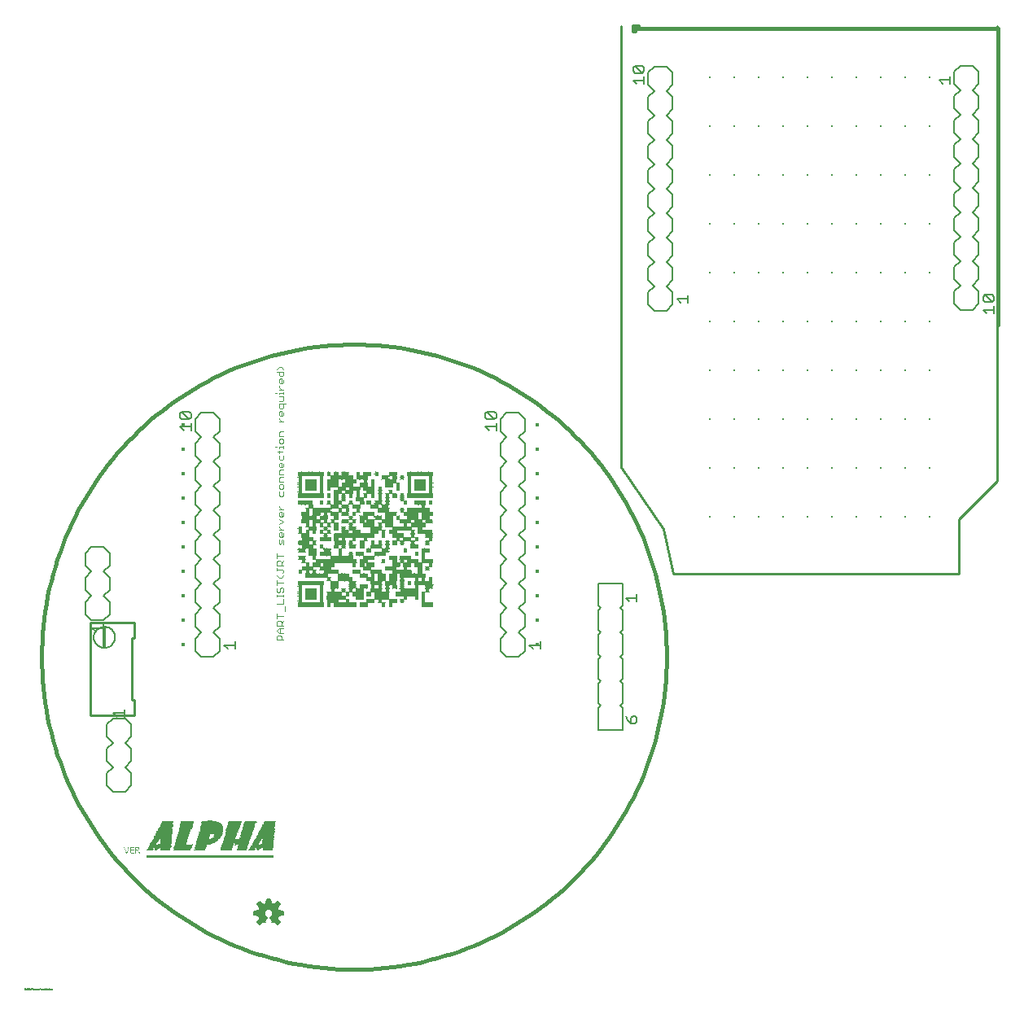
<source format=gto>
G75*
%MOIN*%
%OFA0B0*%
%FSLAX24Y24*%
%IPPOS*%
%LPD*%
%AMOC8*
5,1,8,0,0,1.08239X$1,22.5*
%
%ADD10C,0.0160*%
%ADD11R,0.5167X0.0025*%
%ADD12R,0.0025X0.0025*%
%ADD13R,0.0123X0.0025*%
%ADD14R,0.0025X0.0025*%
%ADD15R,0.0049X0.0025*%
%ADD16R,0.0098X0.0025*%
%ADD17R,0.0246X0.0025*%
%ADD18R,0.0418X0.0025*%
%ADD19R,0.0689X0.0025*%
%ADD20R,0.0443X0.0025*%
%ADD21R,0.0394X0.0025*%
%ADD22R,0.0221X0.0025*%
%ADD23R,0.0074X0.0025*%
%ADD24R,0.0418X0.0025*%
%ADD25R,0.0148X0.0025*%
%ADD26R,0.0221X0.0025*%
%ADD27R,0.0197X0.0025*%
%ADD28R,0.0714X0.0025*%
%ADD29R,0.0935X0.0025*%
%ADD30R,0.0714X0.0025*%
%ADD31R,0.0910X0.0025*%
%ADD32R,0.0738X0.0025*%
%ADD33R,0.0886X0.0025*%
%ADD34R,0.0468X0.0025*%
%ADD35R,0.0541X0.0025*%
%ADD36R,0.0615X0.0025*%
%ADD37R,0.0467X0.0025*%
%ADD38R,0.0591X0.0025*%
%ADD39R,0.0763X0.0025*%
%ADD40R,0.1058X0.0025*%
%ADD41R,0.0787X0.0025*%
%ADD42R,0.1083X0.0025*%
%ADD43R,0.0837X0.0025*%
%ADD44R,0.1058X0.0025*%
%ADD45R,0.0861X0.0025*%
%ADD46R,0.0271X0.0025*%
%ADD47R,0.0344X0.0025*%
%ADD48R,0.0492X0.0025*%
%ADD49R,0.0320X0.0025*%
%ADD50R,0.0320X0.0025*%
%ADD51R,0.0295X0.0025*%
%ADD52R,0.0664X0.0025*%
%ADD53R,0.0369X0.0025*%
%ADD54R,0.0640X0.0025*%
%ADD55R,0.0960X0.0025*%
%ADD56R,0.0984X0.0025*%
%ADD57R,0.0517X0.0025*%
%ADD58R,0.0960X0.0025*%
%ADD59R,0.0517X0.0025*%
%ADD60R,0.0566X0.0025*%
%ADD61R,0.0812X0.0025*%
%ADD62R,0.0664X0.0025*%
%ADD63R,0.0172X0.0025*%
%ADD64C,0.0000*%
%ADD65C,0.0100*%
%ADD66C,0.0030*%
%ADD67C,0.0060*%
%ADD68C,0.0050*%
%ADD69R,0.0079X0.0079*%
%ADD70C,0.0059*%
%ADD71R,0.0157X0.0827*%
%ADD72R,0.0118X0.0118*%
%ADD73R,0.0020X0.0020*%
%ADD74R,0.1043X0.0020*%
%ADD75R,0.0157X0.0020*%
%ADD76R,0.0906X0.0020*%
%ADD77R,0.0315X0.0020*%
%ADD78R,0.0453X0.0020*%
%ADD79R,0.1063X0.0020*%
%ADD80R,0.1201X0.0020*%
%ADD81R,0.0610X0.0020*%
%ADD82R,0.0472X0.0020*%
%ADD83R,0.0177X0.0020*%
%ADD84R,0.0768X0.0020*%
%ADD85R,0.0039X0.0020*%
%ADD86R,0.0630X0.0020*%
%ADD87R,0.0591X0.0020*%
%ADD88R,0.1516X0.0020*%
%ADD89R,0.0925X0.0020*%
%ADD90R,0.0748X0.0020*%
%ADD91R,0.0335X0.0020*%
%ADD92R,0.0295X0.0020*%
%ADD93R,0.0197X0.0020*%
%ADD94R,0.1358X0.0020*%
%ADD95R,0.0492X0.0020*%
%ADD96R,0.0354X0.0020*%
%ADD97R,0.1654X0.0020*%
%ADD98R,0.1634X0.0020*%
%ADD99R,0.1791X0.0020*%
%ADD100R,0.1811X0.0020*%
%ADD101R,0.1496X0.0020*%
%ADD102R,0.1339X0.0020*%
%ADD103R,0.1949X0.0020*%
D10*
X001005Y013951D02*
X001009Y014265D01*
X001020Y014579D01*
X001040Y014892D01*
X001067Y015205D01*
X001101Y015517D01*
X001143Y015828D01*
X001193Y016138D01*
X001251Y016447D01*
X001316Y016754D01*
X001388Y017060D01*
X001468Y017364D01*
X001556Y017665D01*
X001651Y017965D01*
X001753Y018262D01*
X001862Y018556D01*
X001979Y018847D01*
X002103Y019136D01*
X002233Y019422D01*
X002371Y019704D01*
X002516Y019983D01*
X002667Y020258D01*
X002825Y020529D01*
X002990Y020796D01*
X003161Y021060D01*
X003339Y021318D01*
X003523Y021573D01*
X003713Y021823D01*
X003909Y022068D01*
X004112Y022308D01*
X004320Y022544D01*
X004533Y022774D01*
X004753Y022998D01*
X004977Y023218D01*
X005207Y023431D01*
X005443Y023639D01*
X005683Y023842D01*
X005928Y024038D01*
X006178Y024228D01*
X006433Y024412D01*
X006691Y024590D01*
X006955Y024761D01*
X007222Y024926D01*
X007493Y025084D01*
X007768Y025235D01*
X008047Y025380D01*
X008329Y025518D01*
X008615Y025648D01*
X008904Y025772D01*
X009195Y025889D01*
X009489Y025998D01*
X009786Y026100D01*
X010086Y026195D01*
X010387Y026283D01*
X010691Y026363D01*
X010997Y026435D01*
X011304Y026500D01*
X011613Y026558D01*
X011923Y026608D01*
X012234Y026650D01*
X012546Y026684D01*
X012859Y026711D01*
X013172Y026731D01*
X013486Y026742D01*
X013800Y026746D01*
X014114Y026742D01*
X014428Y026731D01*
X014741Y026711D01*
X015054Y026684D01*
X015366Y026650D01*
X015677Y026608D01*
X015987Y026558D01*
X016296Y026500D01*
X016603Y026435D01*
X016909Y026363D01*
X017213Y026283D01*
X017514Y026195D01*
X017814Y026100D01*
X018111Y025998D01*
X018405Y025889D01*
X018696Y025772D01*
X018985Y025648D01*
X019271Y025518D01*
X019553Y025380D01*
X019832Y025235D01*
X020107Y025084D01*
X020378Y024926D01*
X020645Y024761D01*
X020909Y024590D01*
X021167Y024412D01*
X021422Y024228D01*
X021672Y024038D01*
X021917Y023842D01*
X022157Y023639D01*
X022393Y023431D01*
X022623Y023218D01*
X022847Y022998D01*
X023067Y022774D01*
X023280Y022544D01*
X023488Y022308D01*
X023691Y022068D01*
X023887Y021823D01*
X024077Y021573D01*
X024261Y021318D01*
X024439Y021060D01*
X024610Y020796D01*
X024775Y020529D01*
X024933Y020258D01*
X025084Y019983D01*
X025229Y019704D01*
X025367Y019422D01*
X025497Y019136D01*
X025621Y018847D01*
X025738Y018556D01*
X025847Y018262D01*
X025949Y017965D01*
X026044Y017665D01*
X026132Y017364D01*
X026212Y017060D01*
X026284Y016754D01*
X026349Y016447D01*
X026407Y016138D01*
X026457Y015828D01*
X026499Y015517D01*
X026533Y015205D01*
X026560Y014892D01*
X026580Y014579D01*
X026591Y014265D01*
X026595Y013951D01*
X026591Y013637D01*
X026580Y013323D01*
X026560Y013010D01*
X026533Y012697D01*
X026499Y012385D01*
X026457Y012074D01*
X026407Y011764D01*
X026349Y011455D01*
X026284Y011148D01*
X026212Y010842D01*
X026132Y010538D01*
X026044Y010237D01*
X025949Y009937D01*
X025847Y009640D01*
X025738Y009346D01*
X025621Y009055D01*
X025497Y008766D01*
X025367Y008480D01*
X025229Y008198D01*
X025084Y007919D01*
X024933Y007644D01*
X024775Y007373D01*
X024610Y007106D01*
X024439Y006842D01*
X024261Y006584D01*
X024077Y006329D01*
X023887Y006079D01*
X023691Y005834D01*
X023488Y005594D01*
X023280Y005358D01*
X023067Y005128D01*
X022847Y004904D01*
X022623Y004684D01*
X022393Y004471D01*
X022157Y004263D01*
X021917Y004060D01*
X021672Y003864D01*
X021422Y003674D01*
X021167Y003490D01*
X020909Y003312D01*
X020645Y003141D01*
X020378Y002976D01*
X020107Y002818D01*
X019832Y002667D01*
X019553Y002522D01*
X019271Y002384D01*
X018985Y002254D01*
X018696Y002130D01*
X018405Y002013D01*
X018111Y001904D01*
X017814Y001802D01*
X017514Y001707D01*
X017213Y001619D01*
X016909Y001539D01*
X016603Y001467D01*
X016296Y001402D01*
X015987Y001344D01*
X015677Y001294D01*
X015366Y001252D01*
X015054Y001218D01*
X014741Y001191D01*
X014428Y001171D01*
X014114Y001160D01*
X013800Y001156D01*
X013486Y001160D01*
X013172Y001171D01*
X012859Y001191D01*
X012546Y001218D01*
X012234Y001252D01*
X011923Y001294D01*
X011613Y001344D01*
X011304Y001402D01*
X010997Y001467D01*
X010691Y001539D01*
X010387Y001619D01*
X010086Y001707D01*
X009786Y001802D01*
X009489Y001904D01*
X009195Y002013D01*
X008904Y002130D01*
X008615Y002254D01*
X008329Y002384D01*
X008047Y002522D01*
X007768Y002667D01*
X007493Y002818D01*
X007222Y002976D01*
X006955Y003141D01*
X006691Y003312D01*
X006433Y003490D01*
X006178Y003674D01*
X005928Y003864D01*
X005683Y004060D01*
X005443Y004263D01*
X005207Y004471D01*
X004977Y004684D01*
X004753Y004904D01*
X004533Y005128D01*
X004320Y005358D01*
X004112Y005594D01*
X003909Y005834D01*
X003713Y006079D01*
X003523Y006329D01*
X003339Y006584D01*
X003161Y006842D01*
X002990Y007106D01*
X002825Y007373D01*
X002667Y007644D01*
X002516Y007919D01*
X002371Y008198D01*
X002233Y008480D01*
X002103Y008766D01*
X001979Y009055D01*
X001862Y009346D01*
X001753Y009640D01*
X001651Y009937D01*
X001556Y010237D01*
X001468Y010538D01*
X001388Y010842D01*
X001316Y011148D01*
X001251Y011455D01*
X001193Y011764D01*
X001143Y012074D01*
X001101Y012385D01*
X001067Y012697D01*
X001040Y013010D01*
X001020Y013323D01*
X001009Y013637D01*
X001005Y013951D01*
X025226Y039599D02*
X025300Y039599D01*
X025300Y039673D01*
X025226Y039599D02*
X025226Y039796D01*
X025423Y039796D01*
X025423Y039698D01*
X040162Y039698D01*
X040162Y027542D01*
D11*
X007891Y005790D03*
X007891Y005766D03*
X007891Y005741D03*
X007891Y005717D03*
D12*
X007214Y006258D03*
X005000Y006110D03*
X005000Y006086D03*
X005000Y006061D03*
X005000Y005938D03*
X004557Y006036D03*
X004458Y005987D03*
X004508Y005889D03*
X004409Y006110D03*
X004409Y006135D03*
D13*
X004729Y006135D03*
X004729Y006012D03*
X004729Y005889D03*
X004926Y006135D03*
D14*
X004877Y006110D03*
X004877Y006086D03*
X004877Y006061D03*
X004877Y006036D03*
X004877Y005987D03*
X004877Y005963D03*
X004877Y005938D03*
X004877Y005913D03*
X004877Y005889D03*
X004975Y005987D03*
X005024Y005913D03*
X005024Y005889D03*
X004680Y005913D03*
X004680Y005938D03*
X004680Y005963D03*
X004680Y005987D03*
X004680Y006036D03*
X004680Y006061D03*
X004680Y006086D03*
X004680Y006110D03*
X004581Y006110D03*
X004581Y006086D03*
X004532Y005963D03*
X004483Y005938D03*
X004434Y006061D03*
D15*
X004495Y005913D03*
X005676Y006012D03*
X008949Y006233D03*
X009860Y006012D03*
D16*
X004914Y006012D03*
D17*
X005430Y006012D03*
X005455Y006061D03*
X005578Y006258D03*
X005578Y006282D03*
X005603Y006307D03*
X005603Y006332D03*
X005627Y006356D03*
X005652Y006381D03*
X005652Y006406D03*
X005676Y006430D03*
X007079Y006233D03*
X009614Y006012D03*
X009638Y006061D03*
X009761Y006258D03*
X009761Y006282D03*
X009786Y006307D03*
X009786Y006332D03*
X009810Y006356D03*
X009835Y006381D03*
X009835Y006406D03*
X009860Y006430D03*
D18*
X010266Y006086D03*
X010266Y006061D03*
X010266Y006036D03*
X010266Y006012D03*
X009232Y006159D03*
X007510Y006135D03*
X006082Y006086D03*
X006082Y006061D03*
X006082Y006036D03*
X006082Y006012D03*
D19*
X005996Y006627D03*
X006759Y006061D03*
X006759Y006036D03*
X006735Y006012D03*
X007670Y006282D03*
X010179Y006627D03*
D20*
X010278Y006430D03*
X010278Y006406D03*
X010278Y006381D03*
X010278Y006356D03*
X010278Y006332D03*
X010278Y006307D03*
X010278Y006282D03*
X010352Y007193D03*
X009441Y006824D03*
X009417Y006750D03*
X009417Y006725D03*
X009392Y006676D03*
X009392Y006652D03*
X009367Y006627D03*
X009367Y006602D03*
X009367Y006578D03*
X009343Y006529D03*
X009343Y006504D03*
X009318Y006479D03*
X008654Y006307D03*
X008629Y006258D03*
X008629Y006233D03*
X008605Y006184D03*
X008605Y006159D03*
X008605Y006135D03*
X008580Y006110D03*
X008580Y006086D03*
X008580Y006061D03*
X008555Y006012D03*
X007547Y006233D03*
X007522Y006209D03*
X007522Y006184D03*
X007522Y006159D03*
X007497Y006110D03*
X007497Y006086D03*
X007473Y006036D03*
X007473Y006012D03*
X006710Y006307D03*
X006710Y006332D03*
X006735Y006406D03*
X006759Y006479D03*
X006685Y006258D03*
X006095Y006282D03*
X006095Y006307D03*
X006095Y006332D03*
X006095Y006356D03*
X006095Y006381D03*
X006095Y006406D03*
X006095Y006430D03*
X006169Y007193D03*
D21*
X009220Y006135D03*
X009220Y006110D03*
X009220Y006086D03*
X009195Y006061D03*
X009195Y006036D03*
X009195Y006012D03*
X009244Y006184D03*
D22*
X009626Y006036D03*
X005443Y006036D03*
D23*
X005689Y006036D03*
X009872Y006036D03*
D24*
X009355Y006553D03*
X009257Y006233D03*
X009257Y006209D03*
X008568Y006036D03*
X007485Y006061D03*
D25*
X005701Y006061D03*
X009884Y006061D03*
D26*
X009650Y006086D03*
X005467Y006086D03*
D27*
X005726Y006086D03*
X009909Y006086D03*
D28*
X010167Y006578D03*
X010167Y006602D03*
X006771Y006110D03*
X006771Y006086D03*
X005984Y006578D03*
X005984Y006602D03*
D29*
X005849Y006135D03*
X005824Y006110D03*
X007965Y006873D03*
X007965Y006898D03*
X007965Y006922D03*
X007965Y006947D03*
X010007Y006110D03*
X010032Y006135D03*
D30*
X006796Y006135D03*
X006796Y006159D03*
D31*
X005861Y006159D03*
X005861Y006184D03*
X007977Y006971D03*
X007977Y006996D03*
X010044Y006184D03*
X010044Y006159D03*
D32*
X010155Y006529D03*
X010155Y006553D03*
X007916Y007144D03*
X007694Y006307D03*
X006833Y006209D03*
X006808Y006184D03*
X005972Y006529D03*
X005972Y006553D03*
D33*
X005873Y006233D03*
X005873Y006209D03*
X007817Y006455D03*
X007965Y007021D03*
X007965Y007045D03*
X010056Y006233D03*
X010056Y006209D03*
D34*
X010290Y006455D03*
X010339Y007144D03*
X010339Y007168D03*
X009503Y007021D03*
X009454Y006873D03*
X009454Y006848D03*
X009404Y006701D03*
X008765Y006676D03*
X008715Y006529D03*
X008715Y006504D03*
X008617Y006209D03*
X007682Y006676D03*
X007633Y006553D03*
X007633Y006529D03*
X007633Y006504D03*
X006845Y006750D03*
X006796Y006602D03*
X006796Y006578D03*
X006747Y006455D03*
X006747Y006430D03*
X006698Y006282D03*
X006698Y006233D03*
X006107Y006455D03*
X006156Y007144D03*
X006156Y007168D03*
D35*
X006119Y007021D03*
X006119Y006996D03*
X006095Y006971D03*
X006095Y006947D03*
X006046Y006258D03*
X006956Y007119D03*
X006956Y007144D03*
X006981Y007193D03*
X008875Y007021D03*
X008900Y007094D03*
X008900Y007119D03*
X008900Y007144D03*
X008925Y007168D03*
X008925Y007193D03*
X009195Y006258D03*
X010229Y006258D03*
X010278Y006947D03*
X010278Y006971D03*
X010302Y006996D03*
X010302Y007021D03*
D36*
X010241Y006824D03*
X010241Y006799D03*
X007633Y006258D03*
X006058Y006799D03*
X006058Y006824D03*
D37*
X006771Y006529D03*
X006771Y006504D03*
X006722Y006381D03*
X006722Y006356D03*
X006821Y006676D03*
X007608Y006479D03*
X007657Y006602D03*
X007657Y006627D03*
X008642Y006282D03*
X008740Y006578D03*
X008740Y006602D03*
X009429Y006775D03*
X009429Y006799D03*
X009478Y006922D03*
X009478Y006947D03*
D38*
X009195Y006307D03*
X009195Y006282D03*
X010253Y006848D03*
X010253Y006873D03*
X007866Y007193D03*
X006070Y006873D03*
X006070Y006848D03*
D39*
X005959Y006504D03*
X005959Y006479D03*
X007731Y006332D03*
X010143Y006479D03*
X010143Y006504D03*
D40*
X008961Y006332D03*
D41*
X007743Y006356D03*
X007940Y007119D03*
D42*
X008998Y006455D03*
X008998Y006430D03*
X008974Y006381D03*
X008974Y006356D03*
D43*
X007793Y006406D03*
X007768Y006381D03*
X007965Y007070D03*
D44*
X008986Y006406D03*
D45*
X007805Y006430D03*
D46*
X009872Y006455D03*
X005689Y006455D03*
D47*
X008112Y006479D03*
D48*
X007670Y006652D03*
X007645Y006578D03*
X006882Y006848D03*
X006882Y006873D03*
X006858Y006824D03*
X006858Y006799D03*
X006858Y006775D03*
X006833Y006725D03*
X006833Y006701D03*
X006808Y006652D03*
X006808Y006627D03*
X006784Y006553D03*
X006907Y006947D03*
X006144Y007094D03*
X006144Y007119D03*
X008703Y006479D03*
X008728Y006553D03*
X008752Y006627D03*
X008752Y006652D03*
X008777Y006701D03*
X008777Y006725D03*
X008801Y006775D03*
X008801Y006799D03*
X008826Y006873D03*
X008851Y006947D03*
X009466Y006898D03*
X009490Y006971D03*
X009490Y006996D03*
X009515Y007045D03*
X009515Y007070D03*
X009515Y007094D03*
X009540Y007119D03*
X009540Y007144D03*
X009564Y007193D03*
X010327Y007119D03*
X010327Y007094D03*
D49*
X008199Y006578D03*
X008149Y006504D03*
D50*
X008174Y006529D03*
X008223Y006627D03*
X008223Y006652D03*
D51*
X008211Y006602D03*
X008186Y006553D03*
D52*
X010192Y006652D03*
X010192Y006676D03*
X006009Y006676D03*
X006009Y006652D03*
D53*
X008223Y006676D03*
D54*
X010204Y006701D03*
X010204Y006725D03*
X010229Y006750D03*
X010229Y006775D03*
X006046Y006775D03*
X006046Y006750D03*
X006021Y006725D03*
X006021Y006701D03*
D55*
X007928Y006701D03*
X007928Y006725D03*
D56*
X007940Y006750D03*
D57*
X008789Y006750D03*
X008838Y006898D03*
X008838Y006922D03*
X008888Y007045D03*
X008888Y007070D03*
X010315Y007070D03*
X010315Y007045D03*
X006968Y007168D03*
X006919Y007021D03*
X006919Y006996D03*
X006919Y006971D03*
X006132Y007045D03*
X006132Y007070D03*
D58*
X007953Y006848D03*
X007953Y006824D03*
X007953Y006799D03*
X007953Y006775D03*
D59*
X008814Y006824D03*
X008814Y006848D03*
X008863Y006971D03*
X008863Y006996D03*
X009552Y007168D03*
X006944Y007094D03*
X006944Y007070D03*
X006944Y007045D03*
X006894Y006922D03*
X006894Y006898D03*
D60*
X006082Y006898D03*
X006082Y006922D03*
X010266Y006922D03*
X010266Y006898D03*
D61*
X007953Y007094D03*
D62*
X007903Y007168D03*
D63*
X007903Y007218D03*
D64*
X000325Y000328D02*
X000300Y000328D01*
X000300Y000377D01*
X000325Y000377D01*
X000333Y000369D01*
X000333Y000336D01*
X000325Y000328D01*
X000345Y000328D02*
X000345Y000336D01*
X000354Y000336D01*
X000354Y000328D01*
X000345Y000328D01*
X000368Y000328D02*
X000401Y000377D01*
X000413Y000377D02*
X000421Y000377D01*
X000421Y000328D01*
X000413Y000328D02*
X000430Y000328D01*
X000443Y000328D02*
X000460Y000328D01*
X000452Y000328D02*
X000452Y000361D01*
X000443Y000361D01*
X000452Y000377D02*
X000452Y000385D01*
X000474Y000377D02*
X000482Y000377D01*
X000482Y000328D01*
X000474Y000328D02*
X000490Y000328D01*
X000504Y000328D02*
X000520Y000328D01*
X000512Y000328D02*
X000512Y000361D01*
X000504Y000361D01*
X000512Y000377D02*
X000512Y000385D01*
X000567Y000377D02*
X000534Y000328D01*
X000579Y000328D02*
X000579Y000377D01*
X000604Y000377D01*
X000612Y000369D01*
X000612Y000352D01*
X000604Y000344D01*
X000579Y000344D01*
X000625Y000328D02*
X000641Y000328D01*
X000633Y000328D02*
X000633Y000361D01*
X000625Y000361D01*
X000633Y000377D02*
X000633Y000385D01*
X000663Y000361D02*
X000655Y000352D01*
X000655Y000336D01*
X000663Y000328D01*
X000688Y000328D01*
X000708Y000336D02*
X000717Y000328D01*
X000708Y000336D02*
X000708Y000369D01*
X000700Y000361D02*
X000717Y000361D01*
X000730Y000361D02*
X000730Y000336D01*
X000739Y000328D01*
X000763Y000328D01*
X000763Y000361D01*
X000776Y000361D02*
X000776Y000328D01*
X000776Y000344D02*
X000792Y000361D01*
X000800Y000361D01*
X000814Y000352D02*
X000822Y000361D01*
X000838Y000361D01*
X000846Y000352D01*
X000846Y000344D01*
X000814Y000344D01*
X000814Y000336D02*
X000814Y000352D01*
X000814Y000336D02*
X000822Y000328D01*
X000838Y000328D01*
X000859Y000328D02*
X000883Y000328D01*
X000892Y000336D01*
X000883Y000344D01*
X000867Y000344D01*
X000859Y000352D01*
X000867Y000361D01*
X000892Y000361D01*
X000904Y000328D02*
X000937Y000377D01*
X000949Y000361D02*
X000966Y000328D01*
X000982Y000361D01*
X000995Y000352D02*
X001003Y000361D01*
X001019Y000361D01*
X001028Y000352D01*
X001028Y000344D01*
X000995Y000344D01*
X000995Y000336D02*
X000995Y000352D01*
X000995Y000336D02*
X001003Y000328D01*
X001019Y000328D01*
X001040Y000328D02*
X001040Y000361D01*
X001057Y000361D02*
X001065Y000361D01*
X001057Y000361D02*
X001040Y000344D01*
X001078Y000336D02*
X001086Y000344D01*
X001111Y000344D01*
X001111Y000352D02*
X001111Y000328D01*
X001086Y000328D01*
X001078Y000336D01*
X001086Y000361D02*
X001103Y000361D01*
X001111Y000352D01*
X001123Y000328D02*
X001140Y000328D01*
X001131Y000328D02*
X001131Y000377D01*
X001123Y000377D01*
X001153Y000361D02*
X001178Y000361D01*
X001186Y000352D01*
X001186Y000336D01*
X001178Y000328D01*
X001153Y000328D01*
X001153Y000311D02*
X001153Y000361D01*
X001199Y000352D02*
X001207Y000361D01*
X001223Y000361D01*
X001232Y000352D01*
X001232Y000328D01*
X001244Y000336D02*
X001252Y000344D01*
X001277Y000344D01*
X001277Y000352D02*
X001277Y000328D01*
X001252Y000328D01*
X001244Y000336D01*
X001252Y000361D02*
X001269Y000361D01*
X001277Y000352D01*
X001289Y000336D02*
X001298Y000336D01*
X001298Y000328D01*
X001289Y000328D01*
X001289Y000336D01*
X001312Y000328D02*
X001337Y000328D01*
X001345Y000336D01*
X001345Y000352D01*
X001337Y000361D01*
X001312Y000361D01*
X001312Y000377D02*
X001312Y000328D01*
X001357Y000328D02*
X001357Y000361D01*
X001366Y000361D01*
X001374Y000352D01*
X001382Y000361D01*
X001390Y000352D01*
X001390Y000328D01*
X001403Y000328D02*
X001427Y000328D01*
X001435Y000336D01*
X001435Y000352D01*
X001427Y000361D01*
X001403Y000361D01*
X001403Y000311D01*
X001374Y000328D02*
X001374Y000352D01*
X001199Y000377D02*
X001199Y000328D01*
X000688Y000361D02*
X000663Y000361D01*
X000354Y000361D02*
X000354Y000352D01*
X000345Y000352D01*
X000345Y000361D01*
X000354Y000361D01*
D65*
X003001Y011561D02*
X003001Y015341D01*
X004792Y015341D01*
X004792Y014711D01*
X004694Y014711D01*
X004694Y012191D01*
X004792Y012191D01*
X004792Y011561D01*
X003001Y011561D01*
X024749Y021711D02*
X026481Y019191D01*
X026875Y017341D01*
X038568Y017341D01*
X038568Y019585D01*
X040143Y021159D01*
X040143Y039781D01*
X024749Y039781D02*
X024749Y021711D01*
D66*
X010915Y021759D02*
X010867Y021711D01*
X010770Y021711D01*
X010721Y021759D01*
X010721Y021856D01*
X010770Y021904D01*
X010818Y021904D01*
X010818Y021711D01*
X010915Y021759D02*
X010915Y021856D01*
X010867Y022005D02*
X010915Y022054D01*
X010915Y022199D01*
X010867Y022348D02*
X010915Y022397D01*
X010867Y022348D02*
X010673Y022348D01*
X010721Y022300D02*
X010721Y022397D01*
X010721Y022496D02*
X010721Y022545D01*
X010915Y022545D01*
X010915Y022593D02*
X010915Y022496D01*
X010867Y022693D02*
X010915Y022741D01*
X010915Y022838D01*
X010867Y022886D01*
X010770Y022886D01*
X010721Y022838D01*
X010721Y022741D01*
X010770Y022693D01*
X010867Y022693D01*
X010625Y022545D02*
X010576Y022545D01*
X010721Y022199D02*
X010721Y022054D01*
X010770Y022005D01*
X010867Y022005D01*
X010915Y021610D02*
X010770Y021610D01*
X010721Y021561D01*
X010721Y021416D01*
X010915Y021416D01*
X010915Y021315D02*
X010770Y021315D01*
X010721Y021266D01*
X010721Y021121D01*
X010915Y021121D01*
X010867Y021020D02*
X010915Y020972D01*
X010915Y020875D01*
X010867Y020827D01*
X010770Y020827D01*
X010721Y020875D01*
X010721Y020972D01*
X010770Y021020D01*
X010867Y021020D01*
X010915Y020726D02*
X010915Y020580D01*
X010867Y020532D01*
X010770Y020532D01*
X010721Y020580D01*
X010721Y020726D01*
X010721Y020137D02*
X010721Y020089D01*
X010818Y019992D01*
X010915Y019992D02*
X010721Y019992D01*
X010770Y019891D02*
X010818Y019891D01*
X010818Y019697D01*
X010770Y019697D02*
X010721Y019746D01*
X010721Y019842D01*
X010770Y019891D01*
X010915Y019842D02*
X010915Y019746D01*
X010867Y019697D01*
X010770Y019697D01*
X010721Y019596D02*
X010915Y019499D01*
X010721Y019403D01*
X010721Y019302D02*
X010721Y019254D01*
X010818Y019157D01*
X010915Y019157D02*
X010721Y019157D01*
X010770Y019056D02*
X010818Y019056D01*
X010818Y018862D01*
X010770Y018862D02*
X010721Y018911D01*
X010721Y019007D01*
X010770Y019056D01*
X010915Y019007D02*
X010915Y018911D01*
X010867Y018862D01*
X010770Y018862D01*
X010721Y018761D02*
X010721Y018616D01*
X010770Y018568D01*
X010818Y018616D01*
X010818Y018713D01*
X010867Y018761D01*
X010915Y018713D01*
X010915Y018568D01*
X010625Y018172D02*
X010625Y017978D01*
X010625Y018075D02*
X010915Y018075D01*
X010915Y017877D02*
X010818Y017780D01*
X010818Y017829D02*
X010818Y017684D01*
X010915Y017684D02*
X010625Y017684D01*
X010625Y017829D01*
X010673Y017877D01*
X010770Y017877D01*
X010818Y017829D01*
X010867Y017534D02*
X010625Y017534D01*
X010625Y017486D02*
X010625Y017583D01*
X010867Y017534D02*
X010915Y017486D01*
X010915Y017437D01*
X010867Y017389D01*
X010915Y017289D02*
X010818Y017193D01*
X010721Y017193D01*
X010625Y017289D01*
X010625Y017092D02*
X010625Y016898D01*
X010625Y016995D02*
X010915Y016995D01*
X010867Y016797D02*
X010915Y016748D01*
X010915Y016652D01*
X010867Y016603D01*
X010770Y016652D02*
X010770Y016748D01*
X010818Y016797D01*
X010867Y016797D01*
X010770Y016652D02*
X010721Y016603D01*
X010673Y016603D01*
X010625Y016652D01*
X010625Y016748D01*
X010673Y016797D01*
X010625Y016504D02*
X010625Y016407D01*
X010625Y016455D02*
X010915Y016455D01*
X010915Y016407D02*
X010915Y016504D01*
X010915Y016306D02*
X010915Y016112D01*
X010625Y016112D01*
X010963Y016011D02*
X010963Y015818D01*
X010915Y015620D02*
X010625Y015620D01*
X010625Y015716D02*
X010625Y015523D01*
X010673Y015422D02*
X010770Y015422D01*
X010818Y015373D01*
X010818Y015228D01*
X010915Y015228D02*
X010625Y015228D01*
X010625Y015373D01*
X010673Y015422D01*
X010818Y015325D02*
X010915Y015422D01*
X010915Y015127D02*
X010721Y015127D01*
X010625Y015030D01*
X010721Y014934D01*
X010915Y014934D01*
X010770Y014934D02*
X010770Y015127D01*
X010770Y014833D02*
X010818Y014784D01*
X010818Y014639D01*
X010915Y014639D02*
X010625Y014639D01*
X010625Y014784D01*
X010673Y014833D01*
X010770Y014833D01*
X010721Y022987D02*
X010721Y023133D01*
X010770Y023181D01*
X010915Y023181D01*
X010915Y022987D02*
X010721Y022987D01*
X010721Y023577D02*
X010915Y023577D01*
X010818Y023577D02*
X010721Y023674D01*
X010721Y023722D01*
X010770Y023822D02*
X010721Y023871D01*
X010721Y023967D01*
X010770Y024016D01*
X010818Y024016D01*
X010818Y023822D01*
X010770Y023822D02*
X010867Y023822D01*
X010915Y023871D01*
X010915Y023967D01*
X010867Y024117D02*
X010915Y024165D01*
X010915Y024310D01*
X011012Y024310D02*
X010721Y024310D01*
X010721Y024165D01*
X010770Y024117D01*
X010867Y024117D01*
X010867Y024412D02*
X010915Y024460D01*
X010915Y024605D01*
X010721Y024605D01*
X010721Y024706D02*
X010721Y024755D01*
X010915Y024755D01*
X010915Y024803D02*
X010915Y024706D01*
X010915Y024903D02*
X010721Y024903D01*
X010721Y024999D02*
X010721Y025048D01*
X010721Y024999D02*
X010818Y024903D01*
X010625Y024755D02*
X010576Y024755D01*
X010721Y024412D02*
X010867Y024412D01*
X010867Y025148D02*
X010770Y025148D01*
X010721Y025197D01*
X010721Y025293D01*
X010770Y025342D01*
X010818Y025342D01*
X010818Y025148D01*
X010867Y025148D02*
X010915Y025197D01*
X010915Y025293D01*
X010867Y025443D02*
X010915Y025491D01*
X010915Y025636D01*
X010625Y025636D01*
X010721Y025636D02*
X010721Y025491D01*
X010770Y025443D01*
X010867Y025443D01*
X010915Y025738D02*
X010818Y025834D01*
X010721Y025834D01*
X010625Y025738D01*
D67*
X008300Y023701D02*
X008300Y023201D01*
X008050Y022951D01*
X008300Y022701D01*
X008300Y022201D01*
X008050Y021951D01*
X008300Y021701D01*
X008300Y021201D01*
X008050Y020951D01*
X008300Y020701D01*
X008300Y020201D01*
X008050Y019951D01*
X008300Y019701D01*
X008300Y019201D01*
X008050Y018951D01*
X008300Y018701D01*
X008300Y018201D01*
X008050Y017951D01*
X008300Y017701D01*
X008300Y017201D01*
X008050Y016951D01*
X008300Y016701D01*
X008300Y016201D01*
X008050Y015951D01*
X008300Y015701D01*
X008300Y015201D01*
X008050Y014951D01*
X008300Y014701D01*
X008300Y014201D01*
X008050Y013951D01*
X007550Y013951D01*
X007300Y014201D01*
X007300Y014701D01*
X007550Y014951D01*
X007300Y015201D01*
X007300Y015701D01*
X007550Y015951D01*
X007300Y016201D01*
X007300Y016701D01*
X007550Y016951D01*
X007300Y017201D01*
X007300Y017701D01*
X007550Y017951D01*
X007300Y018201D01*
X007300Y018701D01*
X007550Y018951D01*
X007300Y019201D01*
X007300Y019701D01*
X007550Y019951D01*
X007300Y020201D01*
X007300Y020701D01*
X007550Y020951D01*
X007300Y021201D01*
X007300Y021701D01*
X007550Y021951D01*
X007300Y022201D01*
X007300Y022701D01*
X007550Y022951D01*
X007300Y023201D01*
X007300Y023701D01*
X007550Y023951D01*
X008050Y023951D01*
X008300Y023701D01*
X003550Y018451D02*
X003050Y018451D01*
X002800Y018201D01*
X002800Y017701D01*
X003050Y017451D01*
X002800Y017201D01*
X002800Y016701D01*
X003050Y016451D01*
X002800Y016201D01*
X002800Y015701D01*
X003050Y015451D01*
X003550Y015451D01*
X003800Y015701D01*
X003800Y016201D01*
X003550Y016451D01*
X003800Y016701D01*
X003800Y017201D01*
X003550Y017451D01*
X003800Y017701D01*
X003800Y018201D01*
X003550Y018451D01*
X003139Y014750D02*
X003141Y014791D01*
X003147Y014832D01*
X003157Y014872D01*
X003170Y014911D01*
X003187Y014948D01*
X003208Y014984D01*
X003232Y015018D01*
X003259Y015049D01*
X003288Y015077D01*
X003321Y015103D01*
X003355Y015125D01*
X003392Y015144D01*
X003430Y015159D01*
X003470Y015171D01*
X003510Y015179D01*
X003551Y015183D01*
X003593Y015183D01*
X003634Y015179D01*
X003674Y015171D01*
X003714Y015159D01*
X003752Y015144D01*
X003788Y015125D01*
X003823Y015103D01*
X003856Y015077D01*
X003885Y015049D01*
X003912Y015018D01*
X003936Y014984D01*
X003957Y014948D01*
X003974Y014911D01*
X003987Y014872D01*
X003997Y014832D01*
X004003Y014791D01*
X004005Y014750D01*
X004003Y014709D01*
X003997Y014668D01*
X003987Y014628D01*
X003974Y014589D01*
X003957Y014552D01*
X003936Y014516D01*
X003912Y014482D01*
X003885Y014451D01*
X003856Y014423D01*
X003823Y014397D01*
X003789Y014375D01*
X003752Y014356D01*
X003714Y014341D01*
X003674Y014329D01*
X003634Y014321D01*
X003593Y014317D01*
X003551Y014317D01*
X003510Y014321D01*
X003470Y014329D01*
X003430Y014341D01*
X003392Y014356D01*
X003356Y014375D01*
X003321Y014397D01*
X003288Y014423D01*
X003259Y014451D01*
X003232Y014482D01*
X003208Y014516D01*
X003187Y014552D01*
X003170Y014589D01*
X003157Y014628D01*
X003147Y014668D01*
X003141Y014709D01*
X003139Y014750D01*
X003920Y011435D02*
X003670Y011185D01*
X003670Y010685D01*
X003920Y010435D01*
X003670Y010185D01*
X003670Y009685D01*
X003920Y009435D01*
X003670Y009185D01*
X003670Y008685D01*
X003920Y008435D01*
X004420Y008435D01*
X004670Y008685D01*
X004670Y009185D01*
X004420Y009435D01*
X004670Y009685D01*
X004670Y010185D01*
X004420Y010435D01*
X004670Y010685D01*
X004670Y011185D01*
X004420Y011435D01*
X003920Y011435D01*
X019800Y014201D02*
X020050Y013951D01*
X020550Y013951D01*
X020800Y014201D01*
X020800Y014701D01*
X020550Y014951D01*
X020800Y015201D01*
X020800Y015701D01*
X020550Y015951D01*
X020800Y016201D01*
X020800Y016701D01*
X020550Y016951D01*
X020800Y017201D01*
X020800Y017701D01*
X020550Y017951D01*
X020800Y018201D01*
X020800Y018701D01*
X020550Y018951D01*
X020800Y019201D01*
X020800Y019701D01*
X020550Y019951D01*
X020800Y020201D01*
X020800Y020701D01*
X020550Y020951D01*
X020800Y021201D01*
X020800Y021701D01*
X020550Y021951D01*
X020800Y022201D01*
X020800Y022701D01*
X020550Y022951D01*
X020800Y023201D01*
X020800Y023701D01*
X020550Y023951D01*
X020050Y023951D01*
X019800Y023701D01*
X019800Y023201D01*
X020050Y022951D01*
X019800Y022701D01*
X019800Y022201D01*
X020050Y021951D01*
X019800Y021701D01*
X019800Y021201D01*
X020050Y020951D01*
X019800Y020701D01*
X019800Y020201D01*
X020050Y019951D01*
X019800Y019701D01*
X019800Y019201D01*
X020050Y018951D01*
X019800Y018701D01*
X019800Y018201D01*
X020050Y017951D01*
X019800Y017701D01*
X019800Y017201D01*
X020050Y016951D01*
X019800Y016701D01*
X019800Y016201D01*
X020050Y015951D01*
X019800Y015701D01*
X019800Y015201D01*
X020050Y014951D01*
X019800Y014701D01*
X019800Y014201D01*
X023800Y014051D02*
X023900Y013951D01*
X023800Y013851D01*
X023800Y013051D01*
X023900Y012951D01*
X023800Y012851D01*
X023800Y012051D01*
X023900Y011951D01*
X023800Y011851D01*
X023800Y010951D01*
X024800Y010951D01*
X024800Y011851D01*
X024700Y011951D01*
X024800Y012051D01*
X024800Y012851D01*
X024700Y012951D01*
X024800Y013051D01*
X024800Y013851D01*
X024700Y013951D01*
X024800Y014051D01*
X024800Y014851D01*
X024700Y014951D01*
X024800Y015051D01*
X024800Y015851D01*
X024700Y015951D01*
X024800Y016051D01*
X024800Y016951D01*
X023800Y016951D01*
X023800Y016051D01*
X023900Y015951D01*
X023800Y015851D01*
X023800Y015051D01*
X023900Y014951D01*
X023800Y014851D01*
X023800Y014051D01*
X026099Y028136D02*
X025849Y028386D01*
X025849Y028886D01*
X026099Y029136D01*
X025849Y029386D01*
X025849Y029886D01*
X026099Y030136D01*
X025849Y030386D01*
X025849Y030886D01*
X026099Y031136D01*
X025849Y031386D01*
X025849Y031886D01*
X026099Y032136D01*
X025849Y032386D01*
X025849Y032886D01*
X026099Y033136D01*
X025849Y033386D01*
X025849Y033886D01*
X026099Y034136D01*
X025849Y034386D01*
X025849Y034886D01*
X026099Y035136D01*
X025849Y035386D01*
X025849Y035886D01*
X026099Y036136D01*
X025849Y036386D01*
X025849Y036886D01*
X026099Y037136D01*
X025849Y037386D01*
X025849Y037886D01*
X026099Y038136D01*
X026599Y038136D01*
X026849Y037886D01*
X026849Y037386D01*
X026599Y037136D01*
X026849Y036886D01*
X026849Y036386D01*
X026599Y036136D01*
X026849Y035886D01*
X026849Y035386D01*
X026599Y035136D01*
X026849Y034886D01*
X026849Y034386D01*
X026599Y034136D01*
X026849Y033886D01*
X026849Y033386D01*
X026599Y033136D01*
X026849Y032886D01*
X026849Y032386D01*
X026599Y032136D01*
X026849Y031886D01*
X026849Y031386D01*
X026599Y031136D01*
X026849Y030886D01*
X026849Y030386D01*
X026599Y030136D01*
X026849Y029886D01*
X026849Y029386D01*
X026599Y029136D01*
X026849Y028886D01*
X026849Y028386D01*
X026599Y028136D01*
X026099Y028136D01*
X038382Y028410D02*
X038632Y028160D01*
X039132Y028160D01*
X039382Y028410D01*
X039382Y028910D01*
X039132Y029160D01*
X039382Y029410D01*
X039382Y029910D01*
X039132Y030160D01*
X039382Y030410D01*
X039382Y030910D01*
X039132Y031160D01*
X039382Y031410D01*
X039382Y031910D01*
X039132Y032160D01*
X039382Y032410D01*
X039382Y032910D01*
X039132Y033160D01*
X039382Y033410D01*
X039382Y033910D01*
X039132Y034160D01*
X039382Y034410D01*
X039382Y034910D01*
X039132Y035160D01*
X039382Y035410D01*
X039382Y035910D01*
X039132Y036160D01*
X039382Y036410D01*
X039382Y036910D01*
X039132Y037160D01*
X039382Y037410D01*
X039382Y037910D01*
X039132Y038160D01*
X038632Y038160D01*
X038382Y037910D01*
X038382Y037410D01*
X038632Y037160D01*
X038382Y036910D01*
X038382Y036410D01*
X038632Y036160D01*
X038382Y035910D01*
X038382Y035410D01*
X038632Y035160D01*
X038382Y034910D01*
X038382Y034410D01*
X038632Y034160D01*
X038382Y033910D01*
X038382Y033410D01*
X038632Y033160D01*
X038382Y032910D01*
X038382Y032410D01*
X038632Y032160D01*
X038382Y031910D01*
X038382Y031410D01*
X038632Y031160D01*
X038382Y030910D01*
X038382Y030410D01*
X038632Y030160D01*
X038382Y029910D01*
X038382Y029410D01*
X038632Y029160D01*
X038382Y028910D01*
X038382Y028410D01*
D68*
X039556Y028550D02*
X039556Y028700D01*
X039631Y028775D01*
X039932Y028475D01*
X040007Y028550D01*
X040007Y028700D01*
X039932Y028775D01*
X039631Y028775D01*
X039556Y028550D02*
X039631Y028475D01*
X039932Y028475D01*
X040007Y028315D02*
X040007Y028015D01*
X040007Y028165D02*
X039556Y028165D01*
X039706Y028015D01*
X038207Y037425D02*
X038207Y037725D01*
X038207Y037575D02*
X037756Y037575D01*
X037906Y037425D01*
X027474Y028761D02*
X027474Y028461D01*
X027474Y028611D02*
X027024Y028611D01*
X027174Y028461D01*
X019625Y023911D02*
X019625Y023761D01*
X019550Y023686D01*
X019250Y023986D01*
X019550Y023986D01*
X019625Y023911D01*
X019550Y023686D02*
X019250Y023686D01*
X019175Y023761D01*
X019175Y023911D01*
X019250Y023986D01*
X019625Y023526D02*
X019625Y023226D01*
X019625Y023376D02*
X019175Y023376D01*
X019325Y023226D01*
X025375Y016516D02*
X025375Y016215D01*
X025375Y016366D02*
X024925Y016366D01*
X025075Y016215D01*
X021425Y014576D02*
X021425Y014276D01*
X021425Y014426D02*
X020975Y014426D01*
X021125Y014276D01*
X024925Y011516D02*
X025000Y011366D01*
X025150Y011215D01*
X025150Y011441D01*
X025225Y011516D01*
X025300Y011516D01*
X025375Y011441D01*
X025375Y011290D01*
X025300Y011215D01*
X025150Y011215D01*
X008925Y014276D02*
X008925Y014576D01*
X008925Y014426D02*
X008475Y014426D01*
X008625Y014276D01*
X004395Y011800D02*
X004395Y011500D01*
X004395Y011650D02*
X003945Y011650D01*
X004095Y011500D01*
X003525Y014976D02*
X003525Y015276D01*
X003525Y015126D02*
X003075Y015126D01*
X003225Y014976D01*
X006825Y023226D02*
X006675Y023376D01*
X007125Y023376D01*
X007125Y023226D02*
X007125Y023526D01*
X007050Y023686D02*
X006750Y023686D01*
X006675Y023761D01*
X006675Y023911D01*
X006750Y023986D01*
X007050Y023686D01*
X007125Y023761D01*
X007125Y023911D01*
X007050Y023986D01*
X006750Y023986D01*
X025224Y037561D02*
X025674Y037561D01*
X025674Y037411D02*
X025674Y037711D01*
X025599Y037871D02*
X025299Y038171D01*
X025599Y038171D01*
X025674Y038096D01*
X025674Y037946D01*
X025599Y037871D01*
X025299Y037871D01*
X025224Y037946D01*
X025224Y038096D01*
X025299Y038171D01*
X025224Y037561D02*
X025374Y037411D01*
D69*
X028382Y037700D03*
X029382Y037700D03*
X030382Y037700D03*
X031382Y037700D03*
X032382Y037700D03*
X033382Y037700D03*
X034382Y037700D03*
X035382Y037700D03*
X036382Y037700D03*
X037382Y037700D03*
X037382Y035700D03*
X036382Y035700D03*
X035382Y035700D03*
X034382Y035700D03*
X033382Y035700D03*
X032382Y035700D03*
X031382Y035700D03*
X030382Y035700D03*
X029382Y035700D03*
X028382Y035700D03*
X028382Y033700D03*
X029382Y033700D03*
X030382Y033700D03*
X031382Y033700D03*
X032382Y033700D03*
X033382Y033700D03*
X034382Y033700D03*
X035382Y033700D03*
X036382Y033700D03*
X037382Y033700D03*
X037382Y031700D03*
X036382Y031700D03*
X035382Y031700D03*
X034382Y031700D03*
X033382Y031700D03*
X032382Y031700D03*
X031382Y031700D03*
X030382Y031700D03*
X029382Y031700D03*
X028382Y031700D03*
X028382Y029700D03*
X029382Y029700D03*
X030382Y029700D03*
X031382Y029700D03*
X032382Y029700D03*
X033382Y029700D03*
X034382Y029700D03*
X035382Y029700D03*
X036382Y029700D03*
X037382Y029700D03*
X037382Y027700D03*
X036382Y027700D03*
X035382Y027700D03*
X034382Y027700D03*
X033382Y027700D03*
X032382Y027700D03*
X031382Y027700D03*
X030382Y027700D03*
X029382Y027700D03*
X028382Y027700D03*
X028382Y025700D03*
X029382Y025700D03*
X030382Y025700D03*
X031382Y025700D03*
X032382Y025700D03*
X033382Y025700D03*
X034382Y025700D03*
X035382Y025700D03*
X036382Y025700D03*
X037382Y025700D03*
X037382Y023700D03*
X036382Y023700D03*
X035382Y023700D03*
X034382Y023700D03*
X033382Y023700D03*
X032382Y023700D03*
X031382Y023700D03*
X030382Y023700D03*
X029382Y023700D03*
X028382Y023700D03*
X028382Y021700D03*
X029382Y021700D03*
X030382Y021700D03*
X031382Y021700D03*
X032382Y021700D03*
X033382Y021700D03*
X034382Y021700D03*
X035382Y021700D03*
X036382Y021700D03*
X037382Y021700D03*
X037382Y019700D03*
X036382Y019700D03*
X035382Y019700D03*
X034382Y019700D03*
X033382Y019700D03*
X032382Y019700D03*
X031382Y019700D03*
X030382Y019700D03*
X029382Y019700D03*
X028382Y019700D03*
D70*
X010765Y003814D02*
X010664Y003916D01*
X010515Y003795D01*
X010455Y003826D01*
X010391Y003846D01*
X010372Y004037D01*
X010228Y004037D01*
X010209Y003846D01*
X010145Y003826D01*
X010085Y003795D01*
X009936Y003916D01*
X009835Y003814D01*
X009956Y003666D01*
X009925Y003606D01*
X009904Y003542D01*
X009714Y003523D01*
X009714Y003379D01*
X009904Y003359D01*
X009925Y003295D01*
X009956Y003236D01*
X009835Y003087D01*
X009936Y002985D01*
X010085Y003106D01*
X010145Y003076D01*
X010229Y003280D01*
X010192Y003301D01*
X010160Y003331D01*
X010136Y003367D01*
X010121Y003408D01*
X010115Y003451D01*
X010121Y003495D01*
X010136Y003536D01*
X010161Y003572D01*
X010194Y003602D01*
X010233Y003623D01*
X010276Y003634D01*
X010320Y003634D01*
X010363Y003624D01*
X010402Y003604D01*
X010436Y003575D01*
X010462Y003540D01*
X010478Y003499D01*
X010484Y003455D01*
X010480Y003411D01*
X010465Y003369D01*
X010441Y003332D01*
X010409Y003302D01*
X010371Y003280D01*
X010455Y003076D01*
X010515Y003106D01*
X010664Y002985D01*
X010765Y003087D01*
X010644Y003236D01*
X010675Y003295D01*
X010696Y003359D01*
X010886Y003379D01*
X010886Y003523D01*
X010696Y003542D01*
X010675Y003606D01*
X010644Y003666D01*
X010765Y003814D01*
X010745Y003789D02*
X009855Y003789D01*
X009867Y003847D02*
X010022Y003847D01*
X009951Y003904D02*
X009924Y003904D01*
X009902Y003731D02*
X010698Y003731D01*
X010651Y003674D02*
X009949Y003674D01*
X009930Y003616D02*
X010221Y003616D01*
X010152Y003559D02*
X009910Y003559D01*
X009714Y003501D02*
X010123Y003501D01*
X010116Y003444D02*
X009714Y003444D01*
X009714Y003386D02*
X010128Y003386D01*
X010162Y003329D02*
X009914Y003329D01*
X009937Y003271D02*
X010226Y003271D01*
X010202Y003213D02*
X009938Y003213D01*
X009891Y003156D02*
X010178Y003156D01*
X010154Y003098D02*
X010101Y003098D01*
X010075Y003098D02*
X009844Y003098D01*
X009881Y003041D02*
X010004Y003041D01*
X010398Y003213D02*
X010662Y003213D01*
X010663Y003271D02*
X010374Y003271D01*
X010438Y003329D02*
X010686Y003329D01*
X010709Y003156D02*
X010422Y003156D01*
X010446Y003098D02*
X010499Y003098D01*
X010525Y003098D02*
X010756Y003098D01*
X010719Y003041D02*
X010596Y003041D01*
X010471Y003386D02*
X010886Y003386D01*
X010886Y003444D02*
X010483Y003444D01*
X010477Y003501D02*
X010886Y003501D01*
X010690Y003559D02*
X010448Y003559D01*
X010379Y003616D02*
X010670Y003616D01*
X010733Y003847D02*
X010578Y003847D01*
X010649Y003904D02*
X010676Y003904D01*
X010391Y003847D02*
X010209Y003847D01*
X010215Y003904D02*
X010385Y003904D01*
X010380Y003962D02*
X010220Y003962D01*
X010226Y004019D02*
X010374Y004019D01*
D71*
X003572Y014750D03*
D72*
X006800Y014451D03*
X006800Y015451D03*
X006800Y016451D03*
X006800Y017451D03*
X006800Y018451D03*
X006800Y019451D03*
X006800Y020451D03*
X006800Y021451D03*
X006800Y022451D03*
X006800Y023451D03*
X021300Y023451D03*
X021300Y022451D03*
X021300Y021451D03*
X021300Y020451D03*
X021300Y019451D03*
X021300Y018451D03*
X021300Y017451D03*
X021300Y016451D03*
X021300Y015451D03*
X021300Y014451D03*
D73*
X017013Y016730D03*
X016875Y015982D03*
X015753Y016297D03*
X015694Y016297D03*
X015536Y016297D03*
X015398Y016730D03*
X014335Y016730D03*
X014355Y016297D03*
X014414Y016297D03*
X013745Y015982D03*
X013450Y015982D03*
X013587Y016297D03*
X013135Y016730D03*
X013450Y017026D03*
X013450Y017341D03*
X014040Y018069D03*
X014414Y018384D03*
X014788Y018069D03*
X014946Y017774D03*
X015083Y017774D03*
X015910Y018384D03*
X015831Y019112D03*
X015674Y019112D03*
X015989Y019112D03*
X015674Y019722D03*
X014926Y019722D03*
X014867Y019427D03*
X014119Y019722D03*
X013076Y020766D03*
X013076Y021514D03*
X013371Y021514D03*
X013450Y021514D03*
X012780Y021514D03*
X012406Y021514D03*
X012111Y021514D03*
X011954Y021514D03*
X011658Y021514D03*
X011658Y020156D03*
X011580Y018384D03*
X012406Y017341D03*
X012702Y018069D03*
X012702Y018384D03*
X012406Y015982D03*
X012111Y015982D03*
X011954Y015982D03*
X011658Y015982D03*
X015241Y020766D03*
X015379Y020766D03*
X015694Y021199D03*
X015831Y021199D03*
X016127Y021514D03*
X016422Y021514D03*
X016580Y021514D03*
X016875Y021514D03*
X014946Y021199D03*
X014709Y021514D03*
X016717Y018384D03*
D74*
X016206Y017301D03*
X016206Y017281D03*
X016206Y017242D03*
X016206Y017222D03*
X016206Y017203D03*
X016501Y020470D03*
X016501Y020490D03*
X016501Y020510D03*
X016501Y020530D03*
X016501Y020549D03*
X016501Y020569D03*
X016501Y020589D03*
X016501Y021376D03*
X016501Y021396D03*
X016501Y021415D03*
X016501Y021435D03*
X016501Y021455D03*
X016501Y021474D03*
X016501Y021494D03*
X012032Y021494D03*
X012032Y021474D03*
X012032Y021455D03*
X012032Y021435D03*
X012032Y021415D03*
X012032Y021396D03*
X012032Y021376D03*
X012032Y020589D03*
X012032Y020569D03*
X012032Y020549D03*
X012032Y020530D03*
X012032Y020510D03*
X012032Y020490D03*
X012032Y020470D03*
X012328Y017183D03*
X012032Y017026D03*
X012032Y017006D03*
X012032Y016986D03*
X012032Y016967D03*
X012032Y016947D03*
X012032Y016927D03*
X012032Y016907D03*
X012032Y016120D03*
X012032Y016100D03*
X012032Y016081D03*
X012032Y016061D03*
X012032Y016041D03*
X012032Y016022D03*
X012032Y016002D03*
D75*
X011589Y016159D03*
X011589Y016179D03*
X011589Y016199D03*
X011589Y016238D03*
X011589Y016258D03*
X011589Y016278D03*
X011589Y016297D03*
X011589Y016317D03*
X011589Y016337D03*
X011589Y016356D03*
X011589Y016376D03*
X011589Y016396D03*
X011589Y016415D03*
X011589Y016455D03*
X011589Y016474D03*
X011589Y016494D03*
X011589Y016533D03*
X011589Y016553D03*
X011589Y016573D03*
X011589Y016612D03*
X011589Y016632D03*
X011589Y016652D03*
X011589Y016671D03*
X011589Y016691D03*
X011589Y016711D03*
X011589Y016730D03*
X011589Y016750D03*
X011589Y016770D03*
X011589Y016789D03*
X011589Y016829D03*
X011589Y016848D03*
X011589Y016868D03*
X011589Y017341D03*
X011589Y017360D03*
X011589Y017380D03*
X011589Y017400D03*
X011589Y017419D03*
X011589Y017439D03*
X011589Y017459D03*
X011885Y017459D03*
X011885Y017439D03*
X011885Y017419D03*
X011885Y017400D03*
X011885Y017380D03*
X011885Y017360D03*
X012180Y017360D03*
X012180Y017380D03*
X012180Y017400D03*
X012180Y017419D03*
X012180Y017439D03*
X012180Y017459D03*
X011885Y017656D03*
X011885Y017675D03*
X011885Y017695D03*
X011885Y017715D03*
X011885Y017734D03*
X011885Y017754D03*
X011727Y017813D03*
X011727Y017833D03*
X011727Y017852D03*
X011727Y017872D03*
X011727Y017892D03*
X012180Y017951D03*
X012180Y017970D03*
X012180Y017990D03*
X012180Y018010D03*
X012180Y018030D03*
X012180Y018049D03*
X012180Y018069D03*
X012475Y018404D03*
X012475Y018423D03*
X012475Y018443D03*
X012475Y018463D03*
X012475Y018482D03*
X012475Y018502D03*
X012475Y018522D03*
X012180Y018541D03*
X012180Y018561D03*
X012180Y018581D03*
X012180Y018600D03*
X012180Y018620D03*
X012180Y018640D03*
X012180Y018659D03*
X012180Y018974D03*
X012180Y018994D03*
X012180Y019014D03*
X012180Y019033D03*
X012180Y019053D03*
X012180Y019073D03*
X012180Y019093D03*
X012180Y019289D03*
X012180Y019309D03*
X012180Y019329D03*
X012180Y019348D03*
X012180Y019368D03*
X012180Y019388D03*
X012180Y019407D03*
X012475Y019407D03*
X012475Y019388D03*
X012475Y019368D03*
X012475Y019348D03*
X012475Y019329D03*
X012475Y019309D03*
X012475Y019289D03*
X012633Y019250D03*
X012633Y019230D03*
X012633Y019211D03*
X012633Y019171D03*
X012633Y019152D03*
X012770Y019112D03*
X012770Y019093D03*
X012770Y019073D03*
X012770Y019053D03*
X012770Y019033D03*
X012770Y019014D03*
X012770Y018994D03*
X012633Y018955D03*
X012633Y018935D03*
X012633Y018915D03*
X012633Y018876D03*
X012633Y018856D03*
X012633Y018837D03*
X012475Y018994D03*
X012475Y019014D03*
X012475Y019033D03*
X012475Y019053D03*
X012475Y019073D03*
X012475Y019093D03*
X012770Y019289D03*
X012770Y019309D03*
X012770Y019329D03*
X012770Y019348D03*
X012770Y019368D03*
X012770Y019388D03*
X012633Y019447D03*
X012633Y019467D03*
X012633Y019486D03*
X012633Y019506D03*
X012633Y019526D03*
X012633Y019545D03*
X012633Y019742D03*
X012633Y019762D03*
X012633Y019781D03*
X012633Y019801D03*
X012633Y019821D03*
X012633Y019841D03*
X012475Y020175D03*
X012475Y020195D03*
X012475Y020215D03*
X012475Y020234D03*
X012475Y020254D03*
X012475Y020274D03*
X012475Y020293D03*
X012475Y020313D03*
X012770Y020313D03*
X012770Y020293D03*
X012770Y020274D03*
X012770Y020254D03*
X012770Y020234D03*
X012770Y020215D03*
X012770Y020195D03*
X012770Y020470D03*
X012770Y020490D03*
X012770Y020510D03*
X012770Y020530D03*
X012770Y020549D03*
X012770Y020569D03*
X012770Y020589D03*
X012770Y020608D03*
X012770Y020766D03*
X012770Y020785D03*
X012770Y020805D03*
X012770Y020825D03*
X012770Y020844D03*
X012770Y020864D03*
X012770Y020884D03*
X012475Y020884D03*
X012475Y020904D03*
X012475Y020923D03*
X012475Y020943D03*
X012475Y020963D03*
X012475Y020982D03*
X012475Y021002D03*
X012475Y021022D03*
X012475Y021041D03*
X012475Y021061D03*
X012475Y021081D03*
X012475Y021100D03*
X012475Y021120D03*
X012475Y021140D03*
X012475Y021159D03*
X012475Y021179D03*
X012475Y021199D03*
X012475Y021219D03*
X012475Y021238D03*
X012475Y021258D03*
X012475Y021278D03*
X012475Y021297D03*
X012475Y021317D03*
X012475Y021337D03*
X012770Y021376D03*
X012770Y021396D03*
X012770Y021415D03*
X012770Y021435D03*
X012770Y021455D03*
X012770Y021474D03*
X012770Y021494D03*
X012475Y020864D03*
X012475Y020844D03*
X012475Y020825D03*
X012475Y020805D03*
X012475Y020785D03*
X012475Y020766D03*
X012475Y020746D03*
X012475Y020726D03*
X012475Y020707D03*
X012475Y020687D03*
X012475Y020667D03*
X012475Y020648D03*
X012475Y020628D03*
X011885Y019998D03*
X011885Y019978D03*
X011885Y019959D03*
X011885Y019939D03*
X011885Y019919D03*
X011885Y019900D03*
X011885Y019880D03*
X011885Y019407D03*
X011885Y019388D03*
X011885Y019368D03*
X011885Y019348D03*
X011885Y019329D03*
X011885Y019309D03*
X011885Y019289D03*
X011885Y019112D03*
X011885Y019093D03*
X011885Y019073D03*
X011885Y019053D03*
X011885Y019033D03*
X011885Y019014D03*
X011885Y018994D03*
X011589Y018994D03*
X011589Y019014D03*
X011589Y019033D03*
X011589Y019053D03*
X011589Y019073D03*
X011589Y019093D03*
X011589Y019112D03*
X011589Y019132D03*
X011589Y019152D03*
X011589Y019171D03*
X011589Y019211D03*
X011589Y019230D03*
X011589Y019250D03*
X011589Y019270D03*
X011589Y020628D03*
X011589Y020648D03*
X011589Y020667D03*
X011589Y020707D03*
X011589Y020726D03*
X011589Y020746D03*
X011589Y020766D03*
X011589Y020785D03*
X011589Y020805D03*
X011589Y020825D03*
X011589Y020844D03*
X011589Y020864D03*
X011589Y020884D03*
X011589Y020923D03*
X011589Y020943D03*
X011589Y020963D03*
X011589Y021002D03*
X011589Y021022D03*
X011589Y021041D03*
X011589Y021081D03*
X011589Y021100D03*
X011589Y021120D03*
X011589Y021140D03*
X011589Y021159D03*
X011589Y021179D03*
X011589Y021199D03*
X011589Y021219D03*
X011589Y021238D03*
X011589Y021258D03*
X011589Y021297D03*
X011589Y021317D03*
X011589Y021337D03*
X013223Y019998D03*
X013223Y019978D03*
X013223Y019959D03*
X013223Y019939D03*
X013223Y019919D03*
X013223Y019900D03*
X013223Y019880D03*
X013519Y019880D03*
X013519Y019900D03*
X013519Y019919D03*
X013519Y019939D03*
X013519Y019959D03*
X013519Y019978D03*
X013519Y019998D03*
X013676Y020195D03*
X013676Y020215D03*
X013676Y020254D03*
X013676Y020274D03*
X013676Y020293D03*
X013676Y020313D03*
X013676Y020470D03*
X013676Y020490D03*
X013676Y020510D03*
X013676Y020530D03*
X013676Y020549D03*
X013676Y020569D03*
X013676Y020589D03*
X013971Y020589D03*
X013971Y020608D03*
X013971Y020628D03*
X013971Y020648D03*
X013971Y020667D03*
X013971Y020687D03*
X013971Y020707D03*
X013971Y020726D03*
X013971Y020746D03*
X013971Y020569D03*
X013971Y020549D03*
X013971Y020530D03*
X013971Y020510D03*
X013971Y020490D03*
X013971Y020470D03*
X014267Y020470D03*
X014267Y020490D03*
X014267Y020510D03*
X014267Y020530D03*
X014267Y020549D03*
X014267Y020569D03*
X014267Y020589D03*
X014562Y020589D03*
X014562Y020569D03*
X014562Y020549D03*
X014562Y020530D03*
X014562Y020510D03*
X014562Y020490D03*
X014562Y020470D03*
X014857Y020470D03*
X014857Y020451D03*
X014857Y020431D03*
X014857Y020411D03*
X014857Y020392D03*
X014857Y020372D03*
X014857Y020352D03*
X014857Y020333D03*
X014857Y020490D03*
X014857Y020510D03*
X014857Y020530D03*
X014857Y020549D03*
X014857Y020569D03*
X014857Y020589D03*
X014857Y020628D03*
X014857Y020648D03*
X014857Y020667D03*
X014857Y020687D03*
X014857Y020707D03*
X014857Y020726D03*
X014857Y020746D03*
X014857Y020785D03*
X014857Y020805D03*
X014857Y020825D03*
X014857Y020844D03*
X014857Y020864D03*
X014857Y020884D03*
X014857Y020904D03*
X014562Y020923D03*
X014562Y020943D03*
X014562Y020963D03*
X014562Y020982D03*
X014562Y021002D03*
X014562Y021022D03*
X014562Y021041D03*
X014562Y021061D03*
X014562Y021081D03*
X014562Y021100D03*
X014562Y021120D03*
X014562Y021140D03*
X014562Y021159D03*
X014562Y021179D03*
X014562Y021199D03*
X014719Y021356D03*
X014719Y021376D03*
X014719Y021396D03*
X014719Y021415D03*
X014719Y021455D03*
X014719Y021474D03*
X014719Y021494D03*
X014267Y021179D03*
X014267Y021159D03*
X014267Y021140D03*
X014267Y021120D03*
X014267Y021100D03*
X014267Y021081D03*
X013971Y021376D03*
X013971Y021396D03*
X013971Y021415D03*
X013971Y021435D03*
X013971Y021455D03*
X013971Y021474D03*
X013971Y021494D03*
X013381Y020589D03*
X013381Y020569D03*
X013381Y020549D03*
X013381Y020510D03*
X013381Y020490D03*
X013381Y020431D03*
X013381Y020411D03*
X013381Y020372D03*
X013381Y020352D03*
X013381Y020333D03*
X013814Y019841D03*
X013814Y019821D03*
X013814Y019801D03*
X013814Y019781D03*
X013814Y019762D03*
X013814Y019742D03*
X013814Y019722D03*
X013676Y019703D03*
X013676Y019683D03*
X013676Y019663D03*
X013676Y019624D03*
X013676Y019604D03*
X013676Y019585D03*
X013814Y019545D03*
X013814Y019526D03*
X013814Y019506D03*
X013814Y019486D03*
X013814Y019467D03*
X013814Y019447D03*
X013814Y019427D03*
X013676Y019388D03*
X013676Y019368D03*
X013676Y019329D03*
X013676Y019309D03*
X013676Y019289D03*
X013381Y019230D03*
X013381Y019211D03*
X013381Y019171D03*
X013381Y019152D03*
X013381Y018797D03*
X013381Y018778D03*
X013381Y018758D03*
X013381Y018738D03*
X013381Y018719D03*
X013381Y018699D03*
X013381Y018502D03*
X013381Y018482D03*
X013381Y018463D03*
X013381Y018423D03*
X013381Y018404D03*
X013223Y018364D03*
X013223Y018344D03*
X013223Y018325D03*
X013223Y018305D03*
X013223Y018285D03*
X013223Y018266D03*
X013223Y018246D03*
X013223Y018226D03*
X013223Y018207D03*
X013223Y018187D03*
X013223Y018167D03*
X013223Y018148D03*
X013223Y018128D03*
X013223Y018108D03*
X013223Y018089D03*
X013676Y018108D03*
X013676Y018128D03*
X013676Y018167D03*
X013676Y018187D03*
X013676Y018207D03*
X013676Y018226D03*
X013676Y018541D03*
X013676Y018561D03*
X013676Y018581D03*
X013676Y018620D03*
X013676Y018640D03*
X013676Y018659D03*
X013814Y018699D03*
X013814Y018719D03*
X013814Y018738D03*
X013814Y018758D03*
X013814Y018778D03*
X013814Y018797D03*
X014267Y018797D03*
X014267Y018778D03*
X014267Y018758D03*
X014267Y018738D03*
X014267Y018719D03*
X014267Y018699D03*
X014562Y018679D03*
X014562Y018659D03*
X014562Y018640D03*
X014562Y018620D03*
X014562Y018600D03*
X014562Y018581D03*
X014562Y018561D03*
X014562Y018541D03*
X014857Y018541D03*
X014857Y018561D03*
X014857Y018581D03*
X014857Y018600D03*
X014857Y018620D03*
X014857Y018640D03*
X014857Y018659D03*
X014857Y018679D03*
X015015Y018817D03*
X015015Y018837D03*
X015015Y018856D03*
X015015Y018876D03*
X015015Y018896D03*
X015015Y018915D03*
X015015Y018935D03*
X015015Y018955D03*
X015015Y018974D03*
X015015Y018994D03*
X015015Y019014D03*
X015015Y019033D03*
X015015Y019053D03*
X015015Y019073D03*
X015015Y019093D03*
X014857Y019289D03*
X014857Y019309D03*
X014857Y019329D03*
X014857Y019348D03*
X014857Y019368D03*
X014857Y019388D03*
X015152Y018679D03*
X015152Y018640D03*
X015152Y018620D03*
X015152Y018600D03*
X015152Y018581D03*
X015152Y018561D03*
X015152Y018502D03*
X015152Y018482D03*
X015152Y018463D03*
X015152Y018443D03*
X015152Y018423D03*
X015152Y018404D03*
X015605Y018699D03*
X015605Y018719D03*
X015605Y018738D03*
X015605Y018758D03*
X015605Y018778D03*
X015605Y018797D03*
X015763Y018640D03*
X015763Y018620D03*
X015763Y018581D03*
X015763Y018561D03*
X015763Y018541D03*
X015763Y018522D03*
X015900Y018364D03*
X015900Y018344D03*
X015900Y018325D03*
X015900Y018305D03*
X015900Y018285D03*
X015900Y018266D03*
X015900Y018246D03*
X015900Y018226D03*
X015763Y017911D03*
X015763Y017892D03*
X015763Y017872D03*
X015763Y017833D03*
X015763Y017813D03*
X015900Y017616D03*
X015900Y017596D03*
X015900Y017577D03*
X015900Y017557D03*
X015900Y017537D03*
X015900Y017518D03*
X015900Y017498D03*
X015763Y017163D03*
X015763Y017144D03*
X015763Y017124D03*
X015763Y017085D03*
X015763Y017065D03*
X015763Y017006D03*
X015763Y016986D03*
X015763Y016947D03*
X015763Y016927D03*
X015763Y016907D03*
X015763Y016868D03*
X015763Y016848D03*
X015763Y016829D03*
X015763Y016789D03*
X015763Y016770D03*
X016058Y016888D03*
X016058Y016907D03*
X016058Y016927D03*
X016058Y016947D03*
X016058Y016967D03*
X016058Y016986D03*
X016058Y017006D03*
X016058Y017026D03*
X016353Y017045D03*
X016353Y017065D03*
X016353Y017085D03*
X016353Y017104D03*
X016353Y017124D03*
X016353Y017144D03*
X016353Y017163D03*
X016353Y016868D03*
X016353Y016848D03*
X016353Y016829D03*
X016353Y016809D03*
X016353Y016789D03*
X016353Y016770D03*
X016353Y016750D03*
X016353Y016415D03*
X016353Y016396D03*
X016353Y016376D03*
X016353Y016356D03*
X016353Y016337D03*
X016353Y016317D03*
X016353Y016297D03*
X016648Y016297D03*
X016648Y016278D03*
X016648Y016258D03*
X016648Y016238D03*
X016648Y016219D03*
X016648Y016199D03*
X016648Y016179D03*
X016648Y016159D03*
X016648Y016317D03*
X016648Y016337D03*
X016648Y016356D03*
X016648Y016376D03*
X016648Y016396D03*
X016648Y016415D03*
X016648Y016435D03*
X016648Y016455D03*
X016648Y016474D03*
X016648Y016494D03*
X016648Y016514D03*
X016648Y016533D03*
X016648Y016553D03*
X016648Y016573D03*
X016806Y016612D03*
X016806Y016632D03*
X016806Y016652D03*
X016806Y016671D03*
X016806Y016691D03*
X016806Y016711D03*
X016944Y017045D03*
X016944Y017065D03*
X016944Y017085D03*
X016944Y017104D03*
X016944Y017124D03*
X016944Y017144D03*
X016944Y017163D03*
X016944Y017183D03*
X016648Y017163D03*
X016648Y017144D03*
X016648Y017124D03*
X016648Y017104D03*
X016648Y017085D03*
X016648Y017065D03*
X016648Y017045D03*
X016806Y017498D03*
X016806Y017518D03*
X016806Y017537D03*
X016806Y017577D03*
X016806Y017596D03*
X016944Y017656D03*
X016944Y017675D03*
X016944Y017695D03*
X016944Y017715D03*
X016944Y017734D03*
X016944Y017754D03*
X016648Y017951D03*
X016648Y017970D03*
X016648Y017990D03*
X016648Y018010D03*
X016648Y018030D03*
X016648Y018049D03*
X016648Y018069D03*
X016648Y018089D03*
X016648Y018108D03*
X016648Y018128D03*
X016648Y018148D03*
X016648Y018167D03*
X016648Y018187D03*
X016648Y018207D03*
X016353Y018207D03*
X016353Y018226D03*
X016353Y018187D03*
X016353Y018167D03*
X016353Y018148D03*
X016353Y018128D03*
X016353Y018108D03*
X016353Y018089D03*
X016196Y018561D03*
X016196Y018581D03*
X016196Y018600D03*
X016196Y018620D03*
X016196Y018640D03*
X016353Y018699D03*
X016353Y018719D03*
X016353Y018738D03*
X016353Y018758D03*
X016353Y018778D03*
X016353Y018797D03*
X016196Y018856D03*
X016196Y018876D03*
X016196Y018896D03*
X016196Y018915D03*
X016196Y018935D03*
X016196Y018994D03*
X016196Y019014D03*
X016196Y019033D03*
X016196Y019053D03*
X016196Y019073D03*
X016196Y019093D03*
X015900Y019289D03*
X015900Y019309D03*
X015900Y019329D03*
X015900Y019348D03*
X015900Y019368D03*
X015900Y019388D03*
X015605Y019585D03*
X015605Y019604D03*
X015605Y019624D03*
X015605Y019644D03*
X015605Y019663D03*
X015605Y019683D03*
X015605Y019703D03*
X015763Y019880D03*
X015763Y019900D03*
X015763Y019919D03*
X015763Y019959D03*
X015763Y019978D03*
X015763Y019998D03*
X015763Y020018D03*
X015900Y020175D03*
X015900Y020195D03*
X015900Y020215D03*
X015900Y020234D03*
X015900Y020254D03*
X015900Y020274D03*
X015900Y020293D03*
X015763Y020333D03*
X015763Y020352D03*
X015763Y020372D03*
X015763Y020411D03*
X015763Y020431D03*
X015763Y020490D03*
X015763Y020510D03*
X015763Y020549D03*
X015763Y020569D03*
X015763Y020589D03*
X015763Y020608D03*
X015605Y020766D03*
X015605Y020785D03*
X015605Y020805D03*
X015605Y020825D03*
X015605Y020844D03*
X015605Y020864D03*
X015605Y020884D03*
X015605Y020904D03*
X015605Y020923D03*
X015605Y020943D03*
X015605Y020963D03*
X015605Y020982D03*
X015605Y021002D03*
X015605Y021022D03*
X015605Y021041D03*
X015763Y021219D03*
X015763Y021238D03*
X015763Y021258D03*
X015763Y021297D03*
X015763Y021317D03*
X015763Y021337D03*
X015763Y021356D03*
X016058Y021337D03*
X016058Y021317D03*
X016058Y021297D03*
X016058Y021278D03*
X016058Y021258D03*
X016058Y021238D03*
X016058Y021219D03*
X016058Y021199D03*
X016058Y021179D03*
X016058Y021159D03*
X016058Y021140D03*
X016058Y021120D03*
X016058Y021100D03*
X016058Y021081D03*
X016058Y021061D03*
X016058Y021041D03*
X016058Y021022D03*
X016058Y021002D03*
X016058Y020982D03*
X016058Y020963D03*
X016058Y020943D03*
X016058Y020923D03*
X016058Y020904D03*
X016058Y020884D03*
X016058Y020864D03*
X016058Y020844D03*
X016058Y020825D03*
X016058Y020805D03*
X016058Y020785D03*
X016058Y020766D03*
X016058Y020746D03*
X016058Y020726D03*
X016058Y020707D03*
X016058Y020687D03*
X016058Y020667D03*
X016058Y020648D03*
X016058Y020628D03*
X015310Y020628D03*
X015310Y020648D03*
X015310Y020667D03*
X015310Y020687D03*
X015310Y020707D03*
X015310Y020726D03*
X015310Y020746D03*
X015152Y020589D03*
X015152Y020569D03*
X015152Y020549D03*
X015152Y020530D03*
X015152Y020510D03*
X015152Y020490D03*
X015152Y020431D03*
X015152Y020411D03*
X015152Y020392D03*
X015152Y020372D03*
X015152Y020352D03*
X015152Y020333D03*
X015152Y020274D03*
X015152Y020254D03*
X015152Y020234D03*
X015152Y020215D03*
X015152Y020195D03*
X013971Y019998D03*
X013971Y019978D03*
X013971Y019959D03*
X013971Y019939D03*
X013971Y019919D03*
X013971Y019900D03*
X013971Y019880D03*
X012928Y019545D03*
X012928Y019526D03*
X012928Y019506D03*
X012928Y019486D03*
X012928Y019467D03*
X012928Y019447D03*
X013814Y017754D03*
X013814Y017734D03*
X013814Y017715D03*
X013814Y017695D03*
X013814Y017675D03*
X013814Y017656D03*
X013814Y017636D03*
X014562Y017321D03*
X014562Y017301D03*
X014562Y017281D03*
X014562Y017262D03*
X014562Y017242D03*
X014562Y017222D03*
X014562Y017203D03*
X014562Y016868D03*
X014562Y016848D03*
X014562Y016829D03*
X014562Y016809D03*
X014562Y016789D03*
X014562Y016770D03*
X014562Y016750D03*
X014857Y016750D03*
X014857Y016770D03*
X014857Y016789D03*
X014857Y016809D03*
X014857Y016829D03*
X014857Y016848D03*
X014857Y016868D03*
X015152Y016848D03*
X015152Y016829D03*
X015152Y016809D03*
X015152Y016789D03*
X015152Y016770D03*
X015152Y016711D03*
X015152Y016691D03*
X015152Y016671D03*
X015152Y016652D03*
X015152Y016632D03*
X015152Y016612D03*
X014857Y016258D03*
X014857Y016238D03*
X014857Y016219D03*
X014857Y016199D03*
X014857Y016179D03*
X014857Y016159D03*
X015015Y016120D03*
X015015Y016100D03*
X015015Y016081D03*
X015015Y016061D03*
X015015Y016041D03*
X015015Y016022D03*
X015015Y016002D03*
X015310Y016002D03*
X015310Y016022D03*
X015310Y016041D03*
X015310Y016061D03*
X015310Y016081D03*
X015310Y016100D03*
X015310Y016120D03*
X015763Y016140D03*
X015763Y016159D03*
X015763Y016179D03*
X015763Y016199D03*
X015763Y016238D03*
X015763Y016258D03*
X015763Y016278D03*
X015900Y016297D03*
X015900Y016317D03*
X015900Y016337D03*
X015900Y016356D03*
X015900Y016376D03*
X015900Y016396D03*
X015900Y016415D03*
X015015Y017793D03*
X015015Y017813D03*
X015015Y017833D03*
X015015Y017852D03*
X015015Y017872D03*
X015015Y017892D03*
X015015Y017911D03*
X015015Y017931D03*
X013676Y016711D03*
X013676Y016691D03*
X013676Y016671D03*
X013676Y016652D03*
X013676Y016632D03*
X013676Y016612D03*
X013519Y016573D03*
X013519Y016553D03*
X013519Y016533D03*
X013519Y016514D03*
X013519Y016494D03*
X013519Y016474D03*
X013519Y016455D03*
X013519Y016278D03*
X013519Y016258D03*
X013519Y016238D03*
X013519Y016219D03*
X013519Y016199D03*
X013519Y016179D03*
X013519Y016159D03*
X013381Y016612D03*
X013381Y016632D03*
X013381Y016652D03*
X013381Y016691D03*
X013381Y016711D03*
X012928Y016711D03*
X012928Y016691D03*
X012928Y016671D03*
X012928Y016652D03*
X012928Y016632D03*
X012928Y016612D03*
X012770Y017065D03*
X012770Y017085D03*
X012770Y017104D03*
X012770Y017124D03*
X012770Y017144D03*
X012770Y017163D03*
X012475Y016868D03*
X012475Y016848D03*
X012475Y016829D03*
X012475Y016809D03*
X012475Y016789D03*
X012475Y016770D03*
X012475Y016750D03*
X012475Y016730D03*
X012475Y016711D03*
X012475Y016691D03*
X012475Y016671D03*
X012475Y016652D03*
X012475Y016632D03*
X012475Y016612D03*
X012475Y016593D03*
X012475Y016573D03*
X012475Y016553D03*
X012475Y016533D03*
X012475Y016514D03*
X012475Y016494D03*
X012475Y016474D03*
X012475Y016455D03*
X012475Y016435D03*
X012475Y016415D03*
X012475Y016396D03*
X012475Y016376D03*
X012475Y016356D03*
X012475Y016337D03*
X012475Y016317D03*
X012475Y016297D03*
X012475Y016278D03*
X012475Y016258D03*
X012475Y016238D03*
X012475Y016219D03*
X012475Y016199D03*
X012475Y016179D03*
X012475Y016159D03*
X012770Y016120D03*
X012770Y016100D03*
X012770Y016081D03*
X012770Y016061D03*
X012770Y016041D03*
X012770Y016022D03*
X012770Y016002D03*
X016806Y018541D03*
X016806Y018561D03*
X016806Y018581D03*
X016806Y018620D03*
X016806Y018640D03*
X016944Y018699D03*
X016944Y018719D03*
X016944Y018738D03*
X016944Y018758D03*
X016944Y018778D03*
X016944Y018797D03*
X016648Y020037D03*
X016648Y020057D03*
X016648Y020077D03*
X016648Y020096D03*
X016648Y020116D03*
X016648Y020136D03*
X016944Y020175D03*
X016944Y020195D03*
X016944Y020215D03*
X016944Y020234D03*
X016944Y020254D03*
X016944Y020274D03*
X016944Y020293D03*
X016944Y020313D03*
X016944Y020628D03*
X016944Y020648D03*
X016944Y020667D03*
X016944Y020687D03*
X016944Y020707D03*
X016944Y020726D03*
X016944Y020746D03*
X016944Y020766D03*
X016944Y020785D03*
X016944Y020805D03*
X016944Y020825D03*
X016944Y020844D03*
X016944Y020864D03*
X016944Y020884D03*
X016944Y020923D03*
X016944Y020943D03*
X016944Y020963D03*
X016944Y020982D03*
X016944Y021002D03*
X016944Y021022D03*
X016944Y021041D03*
X016944Y021081D03*
X016944Y021100D03*
X016944Y021120D03*
X016944Y021140D03*
X016944Y021159D03*
X016944Y021179D03*
X016944Y021199D03*
X016944Y021219D03*
X016944Y021238D03*
X016944Y021258D03*
X016944Y021278D03*
X016944Y021297D03*
X016944Y021317D03*
X016944Y021337D03*
D76*
X016432Y020018D03*
X016432Y019998D03*
X016432Y019978D03*
X016432Y019959D03*
X016432Y019939D03*
X016432Y019919D03*
X016432Y019900D03*
X016432Y019880D03*
X015979Y016593D03*
X015979Y016573D03*
X015979Y016553D03*
X015979Y016533D03*
X015979Y016514D03*
X015979Y016494D03*
X015979Y016474D03*
X015979Y016455D03*
X015979Y016435D03*
X013440Y016120D03*
X013440Y016100D03*
X013440Y016081D03*
X013440Y016061D03*
X013440Y016041D03*
X013440Y016022D03*
X013440Y016002D03*
X013144Y016435D03*
X012259Y017203D03*
X012259Y017222D03*
X012259Y017242D03*
X012259Y017262D03*
X012259Y017281D03*
X012259Y017301D03*
X012259Y017321D03*
X013302Y017951D03*
X013302Y017970D03*
X013302Y017990D03*
X013302Y018010D03*
X013302Y018030D03*
X013302Y018049D03*
X013302Y021219D03*
X013302Y021238D03*
X013302Y021258D03*
X013302Y021278D03*
X013302Y021297D03*
X013302Y021317D03*
X013302Y021337D03*
D77*
X013440Y021435D03*
X013440Y021494D03*
X013302Y020884D03*
X013302Y020864D03*
X013302Y020844D03*
X013302Y020825D03*
X013302Y020805D03*
X013302Y020785D03*
X013144Y020746D03*
X013144Y020726D03*
X013144Y020707D03*
X013144Y020687D03*
X013144Y020667D03*
X013144Y020648D03*
X013144Y020628D03*
X013144Y020293D03*
X013144Y020274D03*
X013144Y020254D03*
X013144Y020234D03*
X013144Y020215D03*
X013144Y020195D03*
X013144Y020175D03*
X013007Y020136D03*
X013007Y020116D03*
X013007Y020096D03*
X013007Y020077D03*
X013007Y020057D03*
X013007Y020037D03*
X013007Y019841D03*
X013007Y019821D03*
X013007Y019801D03*
X013007Y019781D03*
X013007Y019762D03*
X013007Y019742D03*
X013007Y019722D03*
X013007Y019565D03*
X013440Y019486D03*
X013440Y019781D03*
X013440Y020096D03*
X013893Y020096D03*
X013893Y020077D03*
X013893Y020057D03*
X013893Y020037D03*
X013893Y020018D03*
X013893Y020116D03*
X013893Y020136D03*
X013893Y020156D03*
X014050Y020313D03*
X014050Y020333D03*
X014050Y020352D03*
X014050Y020372D03*
X014050Y020392D03*
X014050Y020411D03*
X014050Y020431D03*
X014050Y020451D03*
X014483Y020628D03*
X014483Y020648D03*
X014483Y020667D03*
X014483Y020687D03*
X014483Y020707D03*
X014483Y020726D03*
X014483Y020746D03*
X014188Y020923D03*
X014188Y020943D03*
X014188Y020963D03*
X014188Y020982D03*
X014188Y021002D03*
X014188Y021022D03*
X014188Y021041D03*
X014188Y021061D03*
X014345Y021376D03*
X014345Y021396D03*
X014345Y021415D03*
X014345Y021435D03*
X014345Y021455D03*
X014345Y021474D03*
X014345Y021494D03*
X015093Y021337D03*
X015093Y021219D03*
X015231Y021041D03*
X015231Y021022D03*
X015231Y021002D03*
X015231Y020982D03*
X015231Y020963D03*
X015231Y020943D03*
X015231Y020923D03*
X015231Y020904D03*
X015389Y021376D03*
X015389Y021396D03*
X015389Y021415D03*
X015389Y021435D03*
X015389Y021455D03*
X015389Y021474D03*
X015389Y021494D03*
X014798Y020313D03*
X014778Y020234D03*
X014641Y020156D03*
X014641Y020136D03*
X014641Y020116D03*
X014641Y020096D03*
X014641Y020077D03*
X014641Y020057D03*
X014641Y020037D03*
X014778Y019703D03*
X014778Y019644D03*
X014483Y019545D03*
X014483Y019526D03*
X014483Y019506D03*
X014483Y019486D03*
X014483Y019467D03*
X014483Y019447D03*
X014483Y019427D03*
X014188Y019585D03*
X014188Y019604D03*
X014188Y019624D03*
X014188Y019644D03*
X014188Y019663D03*
X014188Y019683D03*
X014188Y019703D03*
X013893Y019860D03*
X013735Y019270D03*
X013735Y019191D03*
X013893Y019112D03*
X013893Y019093D03*
X013893Y019073D03*
X013893Y019053D03*
X013893Y019033D03*
X013893Y019014D03*
X013893Y018994D03*
X014188Y018679D03*
X014050Y018226D03*
X014050Y018207D03*
X014050Y018187D03*
X014050Y018167D03*
X014050Y018148D03*
X014050Y018128D03*
X014050Y018108D03*
X014050Y018089D03*
X014188Y017911D03*
X014188Y017892D03*
X014188Y017872D03*
X014188Y017852D03*
X014188Y017833D03*
X014188Y017813D03*
X014188Y017793D03*
X014345Y017616D03*
X014345Y017596D03*
X014345Y017577D03*
X014345Y017557D03*
X014345Y017537D03*
X014345Y017518D03*
X014345Y017498D03*
X014483Y017656D03*
X014483Y017675D03*
X014483Y017695D03*
X014483Y017715D03*
X014483Y017734D03*
X014483Y017754D03*
X014483Y017774D03*
X014188Y017321D03*
X014188Y017301D03*
X014188Y017281D03*
X014188Y017262D03*
X014188Y017242D03*
X014188Y017222D03*
X014188Y017203D03*
X014483Y017163D03*
X014483Y017144D03*
X014483Y017124D03*
X014483Y017104D03*
X014483Y017085D03*
X014483Y017065D03*
X014483Y017045D03*
X014188Y016888D03*
X014188Y016868D03*
X014188Y016848D03*
X014188Y016829D03*
X014188Y016809D03*
X014188Y016789D03*
X014188Y016770D03*
X014188Y016750D03*
X014050Y016711D03*
X014050Y016691D03*
X014050Y016671D03*
X014050Y016652D03*
X014050Y016632D03*
X014050Y016612D03*
X014050Y016415D03*
X014050Y016396D03*
X014050Y016376D03*
X014050Y016356D03*
X014050Y016337D03*
X014050Y016317D03*
X014050Y016297D03*
X014188Y016120D03*
X014188Y016100D03*
X014188Y016081D03*
X014188Y016061D03*
X014188Y016041D03*
X014188Y016022D03*
X014188Y016002D03*
X014483Y016159D03*
X014483Y016179D03*
X014483Y016199D03*
X014483Y016219D03*
X014483Y016238D03*
X014483Y016258D03*
X014483Y016278D03*
X013755Y016750D03*
X013735Y016809D03*
X013735Y017026D03*
X013893Y017360D03*
X013893Y017380D03*
X013893Y017400D03*
X013893Y017419D03*
X013893Y017439D03*
X013893Y017459D03*
X013893Y017478D03*
X013007Y017026D03*
X013007Y017006D03*
X013007Y016986D03*
X013007Y016967D03*
X013007Y016947D03*
X013007Y016927D03*
X013007Y016907D03*
X013007Y016888D03*
X013007Y016868D03*
X013007Y016848D03*
X013007Y016829D03*
X013007Y016809D03*
X013007Y016789D03*
X013007Y016770D03*
X013007Y016750D03*
X012259Y017656D03*
X012259Y017675D03*
X012259Y017695D03*
X012259Y017715D03*
X012259Y017734D03*
X012259Y017754D03*
X012259Y017774D03*
X012101Y018089D03*
X012101Y018108D03*
X012101Y018128D03*
X012101Y018148D03*
X012101Y018167D03*
X012101Y018187D03*
X012101Y018207D03*
X012101Y018226D03*
X012101Y018246D03*
X012101Y018266D03*
X012101Y018285D03*
X012101Y018305D03*
X012101Y018325D03*
X012101Y018344D03*
X012101Y018364D03*
X011668Y018364D03*
X011648Y018305D03*
X011668Y018226D03*
X011668Y018069D03*
X011668Y017931D03*
X011806Y018837D03*
X011806Y018856D03*
X011806Y018876D03*
X011806Y018896D03*
X011806Y018915D03*
X011806Y018935D03*
X011806Y018955D03*
X012101Y019132D03*
X012101Y019152D03*
X012101Y019171D03*
X012101Y019191D03*
X012101Y019211D03*
X012101Y019230D03*
X012101Y019250D03*
X012259Y019427D03*
X012259Y019447D03*
X012259Y019467D03*
X012259Y019486D03*
X012259Y019506D03*
X012259Y019526D03*
X012259Y019545D03*
X012259Y019742D03*
X012259Y019762D03*
X012259Y019781D03*
X012259Y019801D03*
X012259Y019821D03*
X012259Y019841D03*
X012554Y019703D03*
X012554Y019683D03*
X012554Y019663D03*
X012554Y019644D03*
X012554Y019624D03*
X012554Y019604D03*
X012554Y019585D03*
X011806Y019545D03*
X011806Y019526D03*
X011806Y019506D03*
X011806Y019486D03*
X011806Y019467D03*
X011806Y019447D03*
X011806Y019427D03*
X011806Y019742D03*
X011806Y019762D03*
X011806Y019781D03*
X011806Y019801D03*
X011806Y019821D03*
X011806Y019841D03*
X011806Y019860D03*
X012692Y018364D03*
X012692Y018305D03*
X013440Y019053D03*
X013735Y018522D03*
X014641Y018994D03*
X014641Y019014D03*
X014641Y019033D03*
X014641Y019053D03*
X014641Y019073D03*
X014641Y019093D03*
X014641Y019112D03*
X015231Y019289D03*
X015231Y019309D03*
X015231Y019329D03*
X015231Y019348D03*
X015231Y019368D03*
X015231Y019388D03*
X015231Y019407D03*
X015231Y019585D03*
X015231Y019604D03*
X015231Y019624D03*
X015231Y019644D03*
X015231Y019663D03*
X015231Y019683D03*
X015231Y019703D03*
X015389Y019112D03*
X015389Y019093D03*
X015389Y019073D03*
X015389Y019053D03*
X015389Y019033D03*
X015389Y019014D03*
X015389Y018994D03*
X015979Y018797D03*
X015979Y018778D03*
X015979Y018758D03*
X015979Y018738D03*
X015979Y018719D03*
X015979Y018699D03*
X016274Y018522D03*
X016274Y018502D03*
X016274Y018482D03*
X016274Y018463D03*
X016274Y018443D03*
X016274Y018423D03*
X016274Y018404D03*
X016274Y018384D03*
X016727Y018364D03*
X016727Y018344D03*
X016727Y018325D03*
X016727Y018305D03*
X016727Y018285D03*
X016727Y018266D03*
X016727Y018246D03*
X016727Y018226D03*
X016432Y017754D03*
X016432Y017734D03*
X016432Y017715D03*
X016432Y017695D03*
X016432Y017675D03*
X016432Y017656D03*
X016432Y017636D03*
X015979Y017636D03*
X015979Y017656D03*
X015979Y017675D03*
X015979Y017695D03*
X015979Y017715D03*
X015979Y017734D03*
X015979Y017754D03*
X015526Y017754D03*
X015526Y017734D03*
X015526Y017715D03*
X015526Y017695D03*
X015526Y017675D03*
X015526Y017656D03*
X015389Y017931D03*
X015389Y017951D03*
X015389Y017970D03*
X015389Y017990D03*
X015389Y018010D03*
X015389Y018030D03*
X015389Y018049D03*
X015389Y018069D03*
X015093Y018246D03*
X015093Y018364D03*
X014936Y017321D03*
X014936Y017301D03*
X014936Y017281D03*
X014936Y017262D03*
X014936Y017242D03*
X014936Y017222D03*
X014936Y017203D03*
X014936Y017183D03*
X014936Y017163D03*
X014936Y017144D03*
X014936Y017124D03*
X014936Y017104D03*
X014936Y017085D03*
X014936Y017065D03*
X014936Y017045D03*
X015389Y017045D03*
X015389Y017065D03*
X015389Y017085D03*
X015389Y017104D03*
X015389Y017124D03*
X015389Y017144D03*
X015389Y017163D03*
X015389Y017183D03*
X015389Y017203D03*
X015389Y017222D03*
X015389Y017242D03*
X015389Y017262D03*
X015389Y017281D03*
X015389Y017301D03*
X015389Y017321D03*
X015389Y016278D03*
X015389Y016258D03*
X015389Y016238D03*
X015389Y016219D03*
X015389Y016199D03*
X015389Y016179D03*
X015389Y016159D03*
X015389Y016140D03*
X014936Y016140D03*
X016727Y016593D03*
X016865Y016750D03*
X016865Y016809D03*
X016865Y016868D03*
X016865Y018837D03*
X016865Y018896D03*
X016865Y018955D03*
X016865Y019427D03*
X016865Y019486D03*
X016727Y019585D03*
X016727Y019604D03*
X016727Y019624D03*
X016727Y019644D03*
X016727Y019663D03*
X016727Y019683D03*
X016727Y019703D03*
X016432Y019545D03*
X016432Y019526D03*
X016432Y019506D03*
X016432Y019486D03*
X016432Y019467D03*
X016432Y019447D03*
X013597Y020628D03*
X013597Y020648D03*
X013597Y020667D03*
X013597Y020687D03*
X013597Y020707D03*
X013597Y020726D03*
X013597Y020746D03*
D78*
X013528Y020943D03*
X013528Y020963D03*
X013528Y021002D03*
X013528Y021022D03*
X013666Y021081D03*
X013666Y021100D03*
X013666Y021120D03*
X013666Y021140D03*
X013666Y021159D03*
X013666Y021179D03*
X013824Y020884D03*
X013824Y020864D03*
X013824Y020844D03*
X013824Y020825D03*
X013824Y020805D03*
X013824Y020785D03*
X014414Y020785D03*
X014414Y020766D03*
X014414Y020805D03*
X014414Y020825D03*
X014414Y020844D03*
X014414Y020864D03*
X014414Y020884D03*
X014414Y020608D03*
X014119Y021219D03*
X014119Y021238D03*
X014119Y021258D03*
X014119Y021278D03*
X014119Y021297D03*
X014119Y021317D03*
X014119Y021337D03*
X014414Y019860D03*
X014414Y019841D03*
X014414Y019821D03*
X014414Y019801D03*
X014414Y019781D03*
X014414Y019762D03*
X014414Y019742D03*
X014414Y019407D03*
X014414Y019388D03*
X014414Y019368D03*
X014414Y019348D03*
X014414Y019329D03*
X014414Y019309D03*
X014414Y019289D03*
X014709Y019250D03*
X014709Y019230D03*
X014709Y019211D03*
X014709Y019191D03*
X014709Y019171D03*
X014709Y019152D03*
X015162Y019447D03*
X015162Y019467D03*
X015162Y019486D03*
X015162Y019506D03*
X015162Y019526D03*
X015162Y019545D03*
X015005Y019900D03*
X015005Y019919D03*
X015005Y019939D03*
X015005Y019959D03*
X015005Y019978D03*
X015910Y019545D03*
X015910Y019526D03*
X015910Y019506D03*
X015910Y019467D03*
X015910Y019447D03*
X015910Y019427D03*
X016206Y019585D03*
X016206Y019604D03*
X016206Y019624D03*
X016206Y019644D03*
X016206Y019663D03*
X016206Y019683D03*
X016206Y019703D03*
X016501Y020175D03*
X016501Y020195D03*
X016501Y020215D03*
X016501Y020234D03*
X016501Y020254D03*
X016501Y020274D03*
X016501Y020293D03*
X016501Y020313D03*
X016501Y020766D03*
X016501Y020785D03*
X016501Y020805D03*
X016501Y020825D03*
X016501Y020844D03*
X016501Y020864D03*
X016501Y020884D03*
X016501Y020904D03*
X016501Y020923D03*
X016501Y020943D03*
X016501Y020963D03*
X016501Y020982D03*
X016501Y021002D03*
X016501Y021022D03*
X016501Y021041D03*
X016501Y021061D03*
X016501Y021081D03*
X016501Y021100D03*
X016501Y021120D03*
X016501Y021140D03*
X016501Y021159D03*
X016501Y021179D03*
X016501Y021199D03*
X016796Y019841D03*
X016796Y019821D03*
X016796Y019801D03*
X016796Y019781D03*
X016796Y019762D03*
X016796Y019742D03*
X016796Y019722D03*
X015910Y018069D03*
X015910Y018049D03*
X015910Y018030D03*
X015910Y017990D03*
X015910Y017970D03*
X015910Y017951D03*
X016206Y017911D03*
X016206Y017892D03*
X016206Y017872D03*
X016206Y017852D03*
X016206Y017833D03*
X016206Y017813D03*
X016206Y017793D03*
X016796Y017793D03*
X016796Y017813D03*
X016796Y017833D03*
X016796Y017852D03*
X016796Y017872D03*
X016796Y017892D03*
X016796Y017911D03*
X016796Y017931D03*
X016796Y016140D03*
X016796Y016120D03*
X016796Y016100D03*
X016796Y016081D03*
X016796Y016061D03*
X016796Y016041D03*
X016796Y016022D03*
X016796Y016002D03*
X014709Y016612D03*
X014709Y016632D03*
X014709Y016652D03*
X014709Y016671D03*
X014709Y016691D03*
X014709Y016711D03*
X014709Y016907D03*
X014709Y016927D03*
X014709Y016947D03*
X014709Y016967D03*
X014709Y016986D03*
X014709Y017006D03*
X014709Y017360D03*
X014709Y017380D03*
X014709Y017400D03*
X014709Y017419D03*
X014709Y017439D03*
X014709Y017459D03*
X014414Y017951D03*
X014414Y017970D03*
X014414Y017990D03*
X014414Y018010D03*
X014414Y018030D03*
X014414Y018049D03*
X014867Y018108D03*
X014867Y018128D03*
X014867Y018167D03*
X014867Y018187D03*
X014867Y018207D03*
X014709Y018404D03*
X014709Y018423D03*
X014709Y018443D03*
X014709Y018463D03*
X014709Y018482D03*
X014709Y018502D03*
X013371Y017321D03*
X013371Y017301D03*
X013371Y017281D03*
X013371Y017262D03*
X013371Y017242D03*
X013371Y017222D03*
X013371Y017203D03*
X012780Y017656D03*
X012780Y017675D03*
X012780Y017695D03*
X012780Y017715D03*
X012780Y017734D03*
X012780Y017754D03*
X012623Y017596D03*
X012623Y017577D03*
X012623Y017557D03*
X012623Y017537D03*
X012623Y017518D03*
X012623Y018108D03*
X012623Y018128D03*
X012623Y018148D03*
X012623Y018167D03*
X012623Y018187D03*
X012623Y018207D03*
X012623Y018679D03*
X012623Y018699D03*
X012623Y018719D03*
X012623Y018738D03*
X012623Y018758D03*
X012623Y018778D03*
X012623Y018797D03*
X012623Y018817D03*
X012623Y018974D03*
X012623Y019270D03*
X012032Y019270D03*
X011737Y018974D03*
X011737Y018659D03*
X011737Y018640D03*
X011737Y018620D03*
X011737Y018581D03*
X011737Y018561D03*
X011737Y018541D03*
X012032Y016730D03*
X012032Y016711D03*
X012032Y016691D03*
X012032Y016671D03*
X012032Y016652D03*
X012032Y016632D03*
X012032Y016612D03*
X012032Y016593D03*
X012032Y016573D03*
X012032Y016553D03*
X012032Y016533D03*
X012032Y016514D03*
X012032Y016494D03*
X012032Y016474D03*
X012032Y016455D03*
X012032Y016435D03*
X012032Y016415D03*
X012032Y016396D03*
X012032Y016376D03*
X012032Y016356D03*
X012032Y016337D03*
X012032Y016317D03*
X012032Y016297D03*
X012032Y020766D03*
X012032Y020785D03*
X012032Y020805D03*
X012032Y020825D03*
X012032Y020844D03*
X012032Y020864D03*
X012032Y020884D03*
X012032Y020904D03*
X012032Y020923D03*
X012032Y020943D03*
X012032Y020963D03*
X012032Y020982D03*
X012032Y021002D03*
X012032Y021022D03*
X012032Y021041D03*
X012032Y021061D03*
X012032Y021081D03*
X012032Y021100D03*
X012032Y021120D03*
X012032Y021140D03*
X012032Y021159D03*
X012032Y021179D03*
X012032Y021199D03*
D79*
X012022Y021356D03*
X012022Y020608D03*
X012180Y019565D03*
X013223Y021356D03*
X015900Y018817D03*
X015900Y018679D03*
X015605Y017478D03*
X016196Y017321D03*
X016196Y017262D03*
X016196Y017183D03*
X016511Y020608D03*
X016511Y021356D03*
X012022Y016888D03*
X012022Y016140D03*
D80*
X013292Y016140D03*
D81*
X012997Y016455D03*
X012997Y016474D03*
X012997Y016494D03*
X012997Y016514D03*
X012997Y016533D03*
X012997Y016553D03*
X012997Y016573D03*
X013450Y017045D03*
X013450Y017065D03*
X013450Y017085D03*
X013450Y017104D03*
X013450Y017124D03*
X013450Y017144D03*
X013450Y017163D03*
X013450Y017183D03*
X012859Y017360D03*
X012859Y017380D03*
X012859Y017400D03*
X012859Y017419D03*
X012859Y017439D03*
X012859Y017459D03*
X014335Y017636D03*
X014335Y017931D03*
X014946Y018226D03*
X015379Y017636D03*
X014335Y017183D03*
X014926Y016514D03*
X014946Y016455D03*
X014335Y016140D03*
X015536Y018974D03*
X016422Y019289D03*
X016422Y019309D03*
X016422Y019329D03*
X016422Y019348D03*
X016422Y019368D03*
X016422Y019388D03*
X016422Y019407D03*
X016717Y019112D03*
X016717Y019093D03*
X016717Y019073D03*
X016717Y019053D03*
X016717Y019033D03*
X016717Y019014D03*
X016717Y018994D03*
X016127Y019722D03*
X016127Y019742D03*
X016127Y019762D03*
X016127Y019781D03*
X016127Y019801D03*
X016127Y019821D03*
X016127Y019841D03*
X015379Y021061D03*
X015241Y021356D03*
X014198Y021356D03*
X013587Y021061D03*
X013587Y019565D03*
X011954Y019585D03*
X011954Y019604D03*
X011954Y019624D03*
X011954Y019644D03*
X011954Y019663D03*
X011954Y019683D03*
X011954Y019703D03*
X011816Y020175D03*
X011816Y020195D03*
X011816Y020215D03*
X011816Y020254D03*
X011816Y020274D03*
X011816Y020293D03*
X011816Y020313D03*
D82*
X012928Y020923D03*
X012928Y020943D03*
X012928Y020963D03*
X012928Y020982D03*
X012928Y021002D03*
X012928Y021022D03*
X012928Y021041D03*
X012928Y021061D03*
X012928Y021081D03*
X012928Y021100D03*
X012928Y021120D03*
X012928Y021140D03*
X012928Y021159D03*
X012928Y021179D03*
X012928Y021199D03*
X013519Y021041D03*
X013519Y020982D03*
X013519Y020923D03*
X013814Y020766D03*
X013223Y020313D03*
X011885Y018817D03*
X011885Y018797D03*
X011885Y018778D03*
X011885Y018758D03*
X011885Y018738D03*
X011885Y018719D03*
X011885Y018699D03*
X011727Y018600D03*
X011885Y018502D03*
X011885Y018482D03*
X011885Y018463D03*
X011885Y018443D03*
X011885Y018423D03*
X011885Y018404D03*
X011885Y018384D03*
X011885Y017616D03*
X011885Y017596D03*
X011885Y017577D03*
X011885Y017557D03*
X011885Y017537D03*
X011885Y017518D03*
X011885Y017498D03*
X012633Y017498D03*
X012633Y017616D03*
X012633Y018089D03*
X012633Y018226D03*
X013223Y018522D03*
X013223Y018541D03*
X013223Y018561D03*
X013223Y018581D03*
X013223Y018600D03*
X013223Y018620D03*
X013223Y018640D03*
X013223Y018659D03*
X013223Y018679D03*
X014424Y018069D03*
X014719Y018384D03*
X014719Y018522D03*
X014857Y018148D03*
X014857Y018089D03*
X015310Y017616D03*
X015310Y017596D03*
X015310Y017577D03*
X015310Y017557D03*
X015310Y017537D03*
X015310Y017518D03*
X015310Y017498D03*
X015310Y017026D03*
X015310Y017006D03*
X015310Y016986D03*
X015310Y016967D03*
X015310Y016947D03*
X015310Y016927D03*
X015310Y016907D03*
X015310Y016888D03*
X014719Y016888D03*
X014719Y017026D03*
X014719Y016730D03*
X014719Y017341D03*
X013971Y016573D03*
X013971Y016553D03*
X013971Y016533D03*
X013971Y016514D03*
X013971Y016494D03*
X013971Y016474D03*
X013971Y016455D03*
X013971Y016435D03*
X012928Y016278D03*
X012928Y016258D03*
X012928Y016238D03*
X012928Y016219D03*
X012928Y016199D03*
X012928Y016179D03*
X012928Y016159D03*
X014719Y019132D03*
X015152Y019427D03*
X015310Y019722D03*
X015310Y019742D03*
X015310Y019762D03*
X015310Y019781D03*
X015310Y019801D03*
X015310Y019821D03*
X015310Y019841D03*
X015015Y019880D03*
X015015Y019998D03*
X015310Y020608D03*
X015310Y021081D03*
X015310Y021100D03*
X015310Y021120D03*
X015310Y021140D03*
X015310Y021159D03*
X015310Y021179D03*
X015310Y021199D03*
X015900Y019486D03*
X015605Y018955D03*
X015605Y018935D03*
X015605Y018915D03*
X015605Y018896D03*
X015605Y018876D03*
X015605Y018856D03*
X015605Y018837D03*
X015900Y018010D03*
D83*
X015753Y017852D03*
X015753Y017793D03*
X015457Y017793D03*
X015457Y017813D03*
X015457Y017833D03*
X015457Y017852D03*
X015457Y017872D03*
X015457Y017892D03*
X015457Y017911D03*
X015162Y018384D03*
X015162Y018522D03*
X015162Y018541D03*
X015162Y018659D03*
X015457Y018659D03*
X015457Y018640D03*
X015457Y018620D03*
X015457Y018600D03*
X015457Y018581D03*
X015457Y018561D03*
X015457Y018541D03*
X015457Y018522D03*
X015753Y018600D03*
X015753Y018659D03*
X016206Y018659D03*
X016206Y018541D03*
X016206Y018837D03*
X016206Y018955D03*
X016206Y018974D03*
X016206Y019112D03*
X016501Y019132D03*
X016501Y019152D03*
X016501Y019171D03*
X016501Y019191D03*
X016501Y019211D03*
X016501Y019230D03*
X016501Y019250D03*
X015910Y019407D03*
X015753Y019939D03*
X015753Y020392D03*
X015753Y020451D03*
X015753Y020470D03*
X015753Y020530D03*
X015457Y020530D03*
X015457Y020549D03*
X015457Y020569D03*
X015457Y020589D03*
X015457Y020510D03*
X015457Y020490D03*
X015457Y020470D03*
X015162Y020470D03*
X015162Y020451D03*
X015162Y020313D03*
X015162Y020293D03*
X015162Y020175D03*
X014867Y020608D03*
X014867Y020766D03*
X014414Y020313D03*
X014414Y020293D03*
X014414Y020274D03*
X014414Y020254D03*
X014414Y020234D03*
X014414Y020215D03*
X014414Y020195D03*
X014414Y020175D03*
X014119Y020175D03*
X014119Y020195D03*
X014119Y020215D03*
X014119Y020234D03*
X014119Y020254D03*
X014119Y020274D03*
X014119Y020293D03*
X013666Y020234D03*
X013666Y020175D03*
X013371Y020392D03*
X013371Y020451D03*
X013371Y020470D03*
X013371Y020530D03*
X013076Y020530D03*
X013076Y020549D03*
X013076Y020569D03*
X013076Y020589D03*
X013076Y020510D03*
X013076Y020490D03*
X013076Y020470D03*
X013076Y020451D03*
X013076Y020431D03*
X013076Y020411D03*
X013076Y020392D03*
X013076Y020372D03*
X013076Y020352D03*
X013076Y020333D03*
X012780Y020175D03*
X012623Y019722D03*
X012623Y019427D03*
X012780Y019407D03*
X012918Y019427D03*
X013076Y019407D03*
X013076Y019388D03*
X013076Y019368D03*
X013076Y019348D03*
X013076Y019329D03*
X013076Y019309D03*
X013076Y019289D03*
X013076Y019270D03*
X013076Y019250D03*
X013076Y019230D03*
X013076Y019211D03*
X013076Y019191D03*
X013076Y019171D03*
X013076Y019152D03*
X013076Y019132D03*
X013371Y019132D03*
X013371Y019191D03*
X013371Y019250D03*
X013371Y019270D03*
X013666Y019348D03*
X013666Y019407D03*
X013666Y019644D03*
X014119Y019545D03*
X014119Y019526D03*
X014119Y019506D03*
X014119Y019486D03*
X014119Y019467D03*
X014119Y019447D03*
X014119Y019427D03*
X014867Y019407D03*
X015005Y019112D03*
X014414Y018364D03*
X014414Y018344D03*
X014414Y018325D03*
X014414Y018305D03*
X014414Y018285D03*
X014414Y018266D03*
X014414Y018246D03*
X014414Y018226D03*
X014119Y018384D03*
X014119Y018404D03*
X014119Y018423D03*
X014119Y018443D03*
X014119Y018463D03*
X014119Y018482D03*
X014119Y018502D03*
X014119Y018522D03*
X014119Y018541D03*
X014119Y018561D03*
X014119Y018581D03*
X014119Y018600D03*
X014119Y018620D03*
X014119Y018640D03*
X014119Y018659D03*
X013666Y018600D03*
X013371Y018443D03*
X013371Y018384D03*
X013076Y018384D03*
X013076Y018404D03*
X013076Y018423D03*
X013076Y018443D03*
X013076Y018463D03*
X013076Y018482D03*
X013076Y018502D03*
X013076Y018699D03*
X013076Y018719D03*
X013076Y018738D03*
X013076Y018758D03*
X013076Y018778D03*
X013076Y018797D03*
X012623Y018896D03*
X012623Y019132D03*
X012623Y019191D03*
X012485Y019112D03*
X012170Y019112D03*
X011580Y019191D03*
X012032Y020037D03*
X012032Y020057D03*
X012032Y020077D03*
X012032Y020096D03*
X012032Y020116D03*
X012032Y020136D03*
X012032Y020156D03*
X011580Y020687D03*
X011580Y020904D03*
X011580Y020982D03*
X011580Y021061D03*
X011580Y021278D03*
X013076Y021376D03*
X013076Y021396D03*
X013076Y021415D03*
X013076Y021435D03*
X013076Y021455D03*
X013076Y021474D03*
X013076Y021494D03*
X014257Y021199D03*
X014709Y021435D03*
X015457Y021337D03*
X015457Y021317D03*
X015457Y021297D03*
X015457Y021278D03*
X015457Y021258D03*
X015457Y021238D03*
X015457Y021219D03*
X015753Y021278D03*
X016954Y021061D03*
X016954Y020904D03*
X016639Y020156D03*
X016796Y018659D03*
X016796Y018600D03*
X016796Y018522D03*
X016934Y017774D03*
X016796Y017616D03*
X016796Y017557D03*
X016796Y017478D03*
X016501Y017478D03*
X016501Y017459D03*
X016501Y017439D03*
X016501Y017419D03*
X016501Y017400D03*
X016501Y017380D03*
X016501Y017360D03*
X016501Y017341D03*
X016501Y017498D03*
X016501Y017518D03*
X016501Y017537D03*
X016501Y017557D03*
X016501Y017577D03*
X016501Y017596D03*
X016501Y017616D03*
X015753Y017104D03*
X015753Y017045D03*
X015753Y017026D03*
X015753Y016967D03*
X015753Y016888D03*
X015753Y016809D03*
X015753Y016750D03*
X015457Y016750D03*
X015457Y016770D03*
X015457Y016789D03*
X015457Y016809D03*
X015457Y016829D03*
X015457Y016848D03*
X015457Y016868D03*
X015162Y016868D03*
X015162Y016750D03*
X015162Y016730D03*
X014867Y016278D03*
X014414Y016435D03*
X014414Y016455D03*
X014414Y016474D03*
X014414Y016494D03*
X014414Y016514D03*
X014414Y016533D03*
X014414Y016553D03*
X014414Y016573D03*
X013666Y016730D03*
X013371Y016730D03*
X013371Y016671D03*
X012938Y016730D03*
X012780Y017045D03*
X011894Y017341D03*
X011875Y017774D03*
X011737Y017793D03*
X011737Y017911D03*
X012485Y018384D03*
X013666Y018148D03*
X013666Y018089D03*
X013824Y017774D03*
X014119Y017774D03*
X014119Y017754D03*
X014119Y017734D03*
X014119Y017715D03*
X014119Y017695D03*
X014119Y017675D03*
X014119Y017656D03*
X013076Y019585D03*
X013076Y019604D03*
X013076Y019624D03*
X013076Y019644D03*
X013076Y019663D03*
X013076Y019683D03*
X013076Y019703D03*
X011580Y016809D03*
X011580Y016593D03*
X011580Y016514D03*
X011580Y016435D03*
X011580Y016219D03*
X015753Y016219D03*
X016796Y016730D03*
D84*
X016658Y016888D03*
X016048Y016730D03*
X015753Y017341D03*
X015753Y017360D03*
X015753Y017380D03*
X015753Y017400D03*
X015753Y017419D03*
X015753Y017439D03*
X015753Y017459D03*
X016048Y017931D03*
X015753Y019132D03*
X015753Y019152D03*
X015753Y019171D03*
X015753Y019191D03*
X015753Y019211D03*
X015753Y019230D03*
X015753Y019250D03*
X015162Y019860D03*
X014867Y020018D03*
X014572Y019270D03*
X013371Y020608D03*
X012485Y019998D03*
X012485Y019880D03*
X012780Y017478D03*
X013076Y016415D03*
X013076Y016396D03*
X013076Y016376D03*
X013076Y016356D03*
X013076Y016337D03*
X013076Y016317D03*
X013076Y016297D03*
D85*
X013302Y017341D03*
X013302Y017774D03*
X013440Y017774D03*
X013597Y017774D03*
X013144Y017774D03*
X014188Y017341D03*
X014483Y016297D03*
X015389Y016297D03*
X015526Y016730D03*
X016274Y017341D03*
X016727Y017774D03*
X014778Y019722D03*
X014050Y019722D03*
X013007Y020766D03*
X013302Y021199D03*
X014050Y021199D03*
X011806Y020156D03*
X011668Y017774D03*
X016432Y020156D03*
D86*
X016727Y018974D03*
X014936Y016573D03*
X014936Y016435D03*
X014936Y016297D03*
X012849Y017341D03*
X011806Y020234D03*
D87*
X014936Y016553D03*
X014936Y016533D03*
X014936Y016494D03*
X014936Y016474D03*
X014936Y016415D03*
X014936Y016396D03*
X014936Y016376D03*
X014936Y016356D03*
X014936Y016337D03*
X014936Y016317D03*
D88*
X013450Y016593D03*
D89*
X014788Y016593D03*
X013292Y018069D03*
D90*
X011885Y018522D03*
X011885Y018679D03*
X011885Y017478D03*
X012475Y019900D03*
X012475Y019919D03*
X012475Y019939D03*
X012475Y019959D03*
X012475Y019978D03*
X014562Y017478D03*
X016058Y016711D03*
X016058Y016691D03*
X016058Y016671D03*
X016058Y016652D03*
X016058Y016632D03*
X016058Y016612D03*
X016648Y016907D03*
X016648Y016927D03*
X016648Y016947D03*
X016648Y016967D03*
X016648Y016986D03*
X016648Y017006D03*
X016648Y017026D03*
D91*
X016422Y017774D03*
X015536Y017774D03*
X013902Y017341D03*
X013745Y016888D03*
X014040Y016730D03*
X013745Y019132D03*
X013450Y019112D03*
X013450Y019427D03*
X013450Y019722D03*
X013450Y020156D03*
X012997Y020156D03*
X013292Y020766D03*
X012249Y019722D03*
X011816Y019722D03*
X014788Y020175D03*
X015083Y020156D03*
X016422Y019427D03*
D92*
X016875Y019447D03*
X016875Y019467D03*
X016875Y019506D03*
X016875Y019526D03*
X016875Y019545D03*
X016875Y018935D03*
X016875Y018915D03*
X016875Y018876D03*
X016875Y018856D03*
X016875Y018817D03*
X016875Y018679D03*
X016875Y017636D03*
X016875Y016848D03*
X016875Y016829D03*
X016875Y016789D03*
X016875Y016770D03*
X015083Y018266D03*
X015083Y018285D03*
X015083Y018305D03*
X015083Y018325D03*
X015083Y018344D03*
X014788Y019585D03*
X014788Y019604D03*
X014788Y019624D03*
X014788Y019663D03*
X014788Y019683D03*
X015083Y020037D03*
X015083Y020057D03*
X015083Y020077D03*
X015083Y020096D03*
X015083Y020116D03*
X015083Y020136D03*
X014788Y020195D03*
X014788Y020215D03*
X014788Y020254D03*
X014788Y020274D03*
X014788Y020293D03*
X013745Y019250D03*
X013745Y019230D03*
X013745Y019211D03*
X013745Y019171D03*
X013745Y019152D03*
X013450Y019093D03*
X013450Y019073D03*
X013450Y019033D03*
X013450Y019014D03*
X013450Y018994D03*
X013745Y018679D03*
X013745Y018502D03*
X013745Y018482D03*
X013745Y018463D03*
X013745Y018443D03*
X013745Y018423D03*
X013745Y018404D03*
X013745Y018384D03*
X012702Y018344D03*
X012702Y018325D03*
X012702Y018285D03*
X012702Y018266D03*
X012702Y018246D03*
X011658Y018246D03*
X011658Y018266D03*
X011658Y018285D03*
X011658Y018325D03*
X011658Y018344D03*
X011658Y018049D03*
X011658Y018030D03*
X011658Y018010D03*
X011658Y017990D03*
X011658Y017970D03*
X011658Y017951D03*
X013450Y019447D03*
X013450Y019467D03*
X013450Y019506D03*
X013450Y019526D03*
X013450Y019545D03*
X013450Y019742D03*
X013450Y019762D03*
X013450Y019801D03*
X013450Y019821D03*
X013450Y019841D03*
X013450Y020037D03*
X013450Y020057D03*
X013450Y020077D03*
X013450Y020116D03*
X013450Y020136D03*
X013450Y021376D03*
X013450Y021396D03*
X013450Y021415D03*
X013450Y021455D03*
X013450Y021474D03*
X015083Y021317D03*
X015083Y021297D03*
X015083Y021278D03*
X015083Y021258D03*
X015083Y021238D03*
X015831Y020313D03*
X013745Y017006D03*
X013745Y016986D03*
X013745Y016967D03*
X013745Y016947D03*
X013745Y016927D03*
X013745Y016907D03*
X013745Y016868D03*
X013745Y016848D03*
X013745Y016829D03*
X013745Y016789D03*
X013745Y016770D03*
D93*
X012180Y017341D03*
D94*
X012328Y017636D03*
X014709Y019565D03*
D95*
X014414Y019722D03*
X013666Y021199D03*
X012780Y017774D03*
D96*
X015979Y017774D03*
D97*
X015900Y019270D03*
X013814Y018955D03*
X013814Y018935D03*
X013814Y018915D03*
X013814Y018896D03*
X013814Y018876D03*
X013814Y018856D03*
X013814Y018837D03*
X013814Y018817D03*
X013066Y017911D03*
X013066Y017852D03*
X013066Y017793D03*
D98*
X013076Y017813D03*
X013076Y017833D03*
X013076Y017872D03*
X013076Y017892D03*
D99*
X012997Y017931D03*
X012702Y020018D03*
D100*
X013893Y018974D03*
D101*
X012849Y019860D03*
X016274Y019565D03*
D102*
X016353Y019860D03*
D103*
X013666Y020904D03*
M02*

</source>
